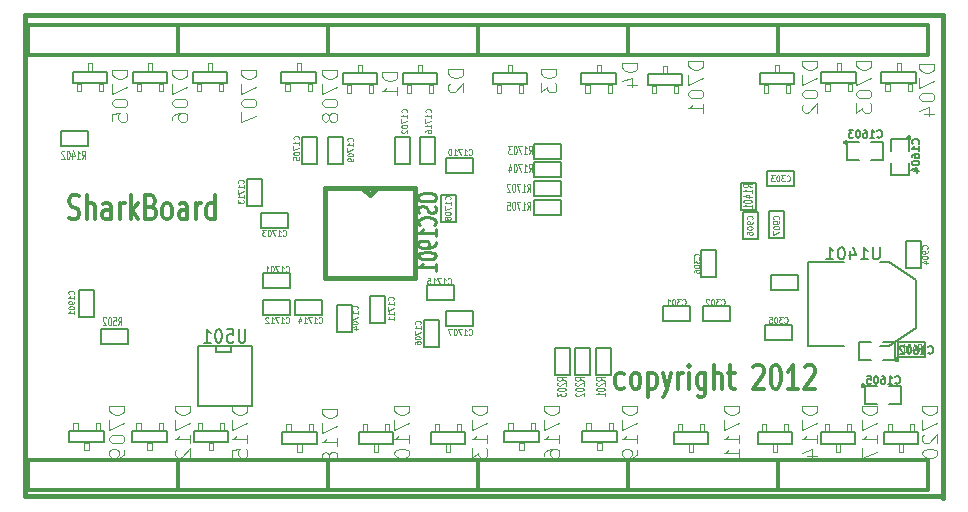
<source format=gbo>
G04 (created by PCBNEW-RS274X (2012-01-19 BZR 3256)-stable) date Tue 07 Aug 2012 08:30:04 PM COT*
G01*
G70*
G90*
%MOIN*%
G04 Gerber Fmt 3.4, Leading zero omitted, Abs format*
%FSLAX34Y34*%
G04 APERTURE LIST*
%ADD10C,0.006000*%
%ADD11C,0.012000*%
%ADD12C,0.015000*%
%ADD13C,0.008000*%
%ADD14C,0.005000*%
%ADD15C,0.002600*%
%ADD16C,0.004500*%
%ADD17C,0.009000*%
%ADD18C,0.003500*%
G04 APERTURE END LIST*
G54D10*
G54D11*
X59358Y-30836D02*
X59301Y-30874D01*
X59187Y-30874D01*
X59129Y-30836D01*
X59101Y-30798D01*
X59072Y-30721D01*
X59072Y-30493D01*
X59101Y-30417D01*
X59129Y-30379D01*
X59187Y-30340D01*
X59301Y-30340D01*
X59358Y-30379D01*
X59701Y-30874D02*
X59643Y-30836D01*
X59615Y-30798D01*
X59586Y-30721D01*
X59586Y-30493D01*
X59615Y-30417D01*
X59643Y-30379D01*
X59701Y-30340D01*
X59786Y-30340D01*
X59843Y-30379D01*
X59872Y-30417D01*
X59901Y-30493D01*
X59901Y-30721D01*
X59872Y-30798D01*
X59843Y-30836D01*
X59786Y-30874D01*
X59701Y-30874D01*
X60158Y-30340D02*
X60158Y-31140D01*
X60158Y-30379D02*
X60215Y-30340D01*
X60329Y-30340D01*
X60386Y-30379D01*
X60415Y-30417D01*
X60444Y-30493D01*
X60444Y-30721D01*
X60415Y-30798D01*
X60386Y-30836D01*
X60329Y-30874D01*
X60215Y-30874D01*
X60158Y-30836D01*
X60644Y-30340D02*
X60787Y-30874D01*
X60929Y-30340D02*
X60787Y-30874D01*
X60729Y-31064D01*
X60701Y-31102D01*
X60644Y-31140D01*
X61158Y-30874D02*
X61158Y-30340D01*
X61158Y-30493D02*
X61186Y-30417D01*
X61215Y-30379D01*
X61272Y-30340D01*
X61329Y-30340D01*
X61529Y-30874D02*
X61529Y-30340D01*
X61529Y-30074D02*
X61500Y-30112D01*
X61529Y-30150D01*
X61557Y-30112D01*
X61529Y-30074D01*
X61529Y-30150D01*
X62072Y-30340D02*
X62072Y-30988D01*
X62043Y-31064D01*
X62015Y-31102D01*
X61958Y-31140D01*
X61872Y-31140D01*
X61815Y-31102D01*
X62072Y-30836D02*
X62015Y-30874D01*
X61901Y-30874D01*
X61843Y-30836D01*
X61815Y-30798D01*
X61786Y-30721D01*
X61786Y-30493D01*
X61815Y-30417D01*
X61843Y-30379D01*
X61901Y-30340D01*
X62015Y-30340D01*
X62072Y-30379D01*
X62358Y-30874D02*
X62358Y-30074D01*
X62615Y-30874D02*
X62615Y-30455D01*
X62586Y-30379D01*
X62529Y-30340D01*
X62444Y-30340D01*
X62386Y-30379D01*
X62358Y-30417D01*
X62815Y-30340D02*
X63044Y-30340D01*
X62901Y-30074D02*
X62901Y-30760D01*
X62929Y-30836D01*
X62987Y-30874D01*
X63044Y-30874D01*
X63672Y-30150D02*
X63701Y-30112D01*
X63758Y-30074D01*
X63901Y-30074D01*
X63958Y-30112D01*
X63987Y-30150D01*
X64015Y-30226D01*
X64015Y-30302D01*
X63987Y-30417D01*
X63644Y-30874D01*
X64015Y-30874D01*
X64386Y-30074D02*
X64443Y-30074D01*
X64500Y-30112D01*
X64529Y-30150D01*
X64558Y-30226D01*
X64586Y-30379D01*
X64586Y-30569D01*
X64558Y-30721D01*
X64529Y-30798D01*
X64500Y-30836D01*
X64443Y-30874D01*
X64386Y-30874D01*
X64329Y-30836D01*
X64300Y-30798D01*
X64272Y-30721D01*
X64243Y-30569D01*
X64243Y-30379D01*
X64272Y-30226D01*
X64300Y-30150D01*
X64329Y-30112D01*
X64386Y-30074D01*
X65157Y-30874D02*
X64814Y-30874D01*
X64986Y-30874D02*
X64986Y-30074D01*
X64929Y-30188D01*
X64871Y-30264D01*
X64814Y-30302D01*
X65385Y-30150D02*
X65414Y-30112D01*
X65471Y-30074D01*
X65614Y-30074D01*
X65671Y-30112D01*
X65700Y-30150D01*
X65728Y-30226D01*
X65728Y-30302D01*
X65700Y-30417D01*
X65357Y-30874D01*
X65728Y-30874D01*
X40857Y-25186D02*
X40943Y-25224D01*
X41086Y-25224D01*
X41143Y-25186D01*
X41172Y-25148D01*
X41200Y-25071D01*
X41200Y-24995D01*
X41172Y-24919D01*
X41143Y-24881D01*
X41086Y-24843D01*
X40972Y-24805D01*
X40914Y-24767D01*
X40886Y-24729D01*
X40857Y-24652D01*
X40857Y-24576D01*
X40886Y-24500D01*
X40914Y-24462D01*
X40972Y-24424D01*
X41114Y-24424D01*
X41200Y-24462D01*
X41457Y-25224D02*
X41457Y-24424D01*
X41714Y-25224D02*
X41714Y-24805D01*
X41685Y-24729D01*
X41628Y-24690D01*
X41543Y-24690D01*
X41485Y-24729D01*
X41457Y-24767D01*
X42257Y-25224D02*
X42257Y-24805D01*
X42228Y-24729D01*
X42171Y-24690D01*
X42057Y-24690D01*
X42000Y-24729D01*
X42257Y-25186D02*
X42200Y-25224D01*
X42057Y-25224D01*
X42000Y-25186D01*
X41971Y-25110D01*
X41971Y-25033D01*
X42000Y-24957D01*
X42057Y-24919D01*
X42200Y-24919D01*
X42257Y-24881D01*
X42543Y-25224D02*
X42543Y-24690D01*
X42543Y-24843D02*
X42571Y-24767D01*
X42600Y-24729D01*
X42657Y-24690D01*
X42714Y-24690D01*
X42914Y-25224D02*
X42914Y-24424D01*
X42971Y-24919D02*
X43142Y-25224D01*
X43142Y-24690D02*
X42914Y-24995D01*
X43600Y-24805D02*
X43686Y-24843D01*
X43714Y-24881D01*
X43743Y-24957D01*
X43743Y-25071D01*
X43714Y-25148D01*
X43686Y-25186D01*
X43628Y-25224D01*
X43400Y-25224D01*
X43400Y-24424D01*
X43600Y-24424D01*
X43657Y-24462D01*
X43686Y-24500D01*
X43714Y-24576D01*
X43714Y-24652D01*
X43686Y-24729D01*
X43657Y-24767D01*
X43600Y-24805D01*
X43400Y-24805D01*
X44086Y-25224D02*
X44028Y-25186D01*
X44000Y-25148D01*
X43971Y-25071D01*
X43971Y-24843D01*
X44000Y-24767D01*
X44028Y-24729D01*
X44086Y-24690D01*
X44171Y-24690D01*
X44228Y-24729D01*
X44257Y-24767D01*
X44286Y-24843D01*
X44286Y-25071D01*
X44257Y-25148D01*
X44228Y-25186D01*
X44171Y-25224D01*
X44086Y-25224D01*
X44800Y-25224D02*
X44800Y-24805D01*
X44771Y-24729D01*
X44714Y-24690D01*
X44600Y-24690D01*
X44543Y-24729D01*
X44800Y-25186D02*
X44743Y-25224D01*
X44600Y-25224D01*
X44543Y-25186D01*
X44514Y-25110D01*
X44514Y-25033D01*
X44543Y-24957D01*
X44600Y-24919D01*
X44743Y-24919D01*
X44800Y-24881D01*
X45086Y-25224D02*
X45086Y-24690D01*
X45086Y-24843D02*
X45114Y-24767D01*
X45143Y-24729D01*
X45200Y-24690D01*
X45257Y-24690D01*
X45714Y-25224D02*
X45714Y-24424D01*
X45714Y-25186D02*
X45657Y-25224D01*
X45543Y-25224D01*
X45485Y-25186D01*
X45457Y-25148D01*
X45428Y-25071D01*
X45428Y-24843D01*
X45457Y-24767D01*
X45485Y-24729D01*
X45543Y-24690D01*
X45657Y-24690D01*
X45714Y-24729D01*
G54D12*
X39400Y-34450D02*
X39400Y-18400D01*
X70000Y-34450D02*
X39400Y-34450D01*
X70000Y-34400D02*
X70000Y-34450D01*
X70000Y-34500D02*
X70000Y-34400D01*
X70000Y-34400D02*
X70000Y-34500D01*
X70000Y-18400D02*
X70000Y-34400D01*
X39400Y-18400D02*
X70000Y-18400D01*
G54D13*
X66674Y-29461D02*
X65474Y-29461D01*
X65474Y-29461D02*
X65474Y-26661D01*
X65474Y-26661D02*
X66674Y-26661D01*
X67874Y-29461D02*
X68174Y-29461D01*
X68174Y-29461D02*
X69074Y-28861D01*
X69074Y-28861D02*
X69074Y-27261D01*
X69074Y-27261D02*
X68174Y-26661D01*
X68174Y-26661D02*
X67874Y-26661D01*
G54D14*
X41177Y-27572D02*
X41177Y-28472D01*
X41177Y-28472D02*
X41677Y-28472D01*
X41677Y-28472D02*
X41677Y-27572D01*
X41677Y-27572D02*
X41177Y-27572D01*
X52550Y-22475D02*
X52550Y-23375D01*
X52550Y-23375D02*
X53050Y-23375D01*
X53050Y-23375D02*
X53050Y-22475D01*
X53050Y-22475D02*
X52550Y-22475D01*
X52775Y-27925D02*
X53675Y-27925D01*
X53675Y-27925D02*
X53675Y-27425D01*
X53675Y-27425D02*
X52775Y-27425D01*
X52775Y-27425D02*
X52775Y-27925D01*
X48400Y-28425D02*
X49300Y-28425D01*
X49300Y-28425D02*
X49300Y-27925D01*
X49300Y-27925D02*
X48400Y-27925D01*
X48400Y-27925D02*
X48400Y-28425D01*
X47280Y-24790D02*
X47280Y-23890D01*
X47280Y-23890D02*
X46780Y-23890D01*
X46780Y-23890D02*
X46780Y-24790D01*
X46780Y-24790D02*
X47280Y-24790D01*
X48230Y-27900D02*
X47330Y-27900D01*
X47330Y-27900D02*
X47330Y-28400D01*
X47330Y-28400D02*
X48230Y-28400D01*
X48230Y-28400D02*
X48230Y-27900D01*
X47325Y-27525D02*
X48225Y-27525D01*
X48225Y-27525D02*
X48225Y-27025D01*
X48225Y-27025D02*
X47325Y-27025D01*
X47325Y-27025D02*
X47325Y-27525D01*
X51725Y-22475D02*
X51725Y-23375D01*
X51725Y-23375D02*
X52225Y-23375D01*
X52225Y-23375D02*
X52225Y-22475D01*
X52225Y-22475D02*
X51725Y-22475D01*
X47247Y-25506D02*
X48147Y-25506D01*
X48147Y-25506D02*
X48147Y-25006D01*
X48147Y-25006D02*
X47247Y-25006D01*
X47247Y-25006D02*
X47247Y-25506D01*
X50275Y-28975D02*
X50275Y-28075D01*
X50275Y-28075D02*
X49775Y-28075D01*
X49775Y-28075D02*
X49775Y-28975D01*
X49775Y-28975D02*
X50275Y-28975D01*
X48625Y-22475D02*
X48625Y-23375D01*
X48625Y-23375D02*
X49125Y-23375D01*
X49125Y-23375D02*
X49125Y-22475D01*
X49125Y-22475D02*
X48625Y-22475D01*
X53175Y-29475D02*
X53175Y-28575D01*
X53175Y-28575D02*
X52675Y-28575D01*
X52675Y-28575D02*
X52675Y-29475D01*
X52675Y-29475D02*
X53175Y-29475D01*
X54308Y-28283D02*
X53408Y-28283D01*
X53408Y-28283D02*
X53408Y-28783D01*
X53408Y-28783D02*
X54308Y-28783D01*
X54308Y-28783D02*
X54308Y-28283D01*
X53750Y-25300D02*
X53750Y-24400D01*
X53750Y-24400D02*
X53250Y-24400D01*
X53250Y-24400D02*
X53250Y-25300D01*
X53250Y-25300D02*
X53750Y-25300D01*
X49475Y-22475D02*
X49475Y-23375D01*
X49475Y-23375D02*
X49975Y-23375D01*
X49975Y-23375D02*
X49975Y-22475D01*
X49975Y-22475D02*
X49475Y-22475D01*
X54325Y-23175D02*
X53425Y-23175D01*
X53425Y-23175D02*
X53425Y-23675D01*
X53425Y-23675D02*
X54325Y-23675D01*
X54325Y-23675D02*
X54325Y-23175D01*
X50875Y-27775D02*
X50875Y-28675D01*
X50875Y-28675D02*
X51375Y-28675D01*
X51375Y-28675D02*
X51375Y-27775D01*
X51375Y-27775D02*
X50875Y-27775D01*
X67375Y-30775D02*
X67374Y-30784D01*
X67371Y-30794D01*
X67366Y-30802D01*
X67360Y-30810D01*
X67352Y-30816D01*
X67344Y-30821D01*
X67335Y-30823D01*
X67325Y-30824D01*
X67316Y-30824D01*
X67307Y-30821D01*
X67298Y-30816D01*
X67291Y-30810D01*
X67284Y-30803D01*
X67280Y-30794D01*
X67277Y-30785D01*
X67276Y-30775D01*
X67276Y-30766D01*
X67279Y-30757D01*
X67283Y-30748D01*
X67290Y-30741D01*
X67297Y-30734D01*
X67305Y-30730D01*
X67315Y-30727D01*
X67324Y-30726D01*
X67333Y-30726D01*
X67343Y-30729D01*
X67351Y-30733D01*
X67359Y-30739D01*
X67365Y-30747D01*
X67370Y-30755D01*
X67373Y-30764D01*
X67374Y-30774D01*
X67375Y-30775D01*
X67775Y-30775D02*
X67375Y-30775D01*
X67375Y-30775D02*
X67375Y-31375D01*
X67375Y-31375D02*
X67775Y-31375D01*
X68175Y-31375D02*
X68575Y-31375D01*
X68575Y-31375D02*
X68575Y-30775D01*
X68575Y-30775D02*
X68175Y-30775D01*
X68900Y-22500D02*
X68899Y-22509D01*
X68896Y-22519D01*
X68891Y-22527D01*
X68885Y-22535D01*
X68877Y-22541D01*
X68869Y-22546D01*
X68860Y-22548D01*
X68850Y-22549D01*
X68841Y-22549D01*
X68832Y-22546D01*
X68823Y-22541D01*
X68816Y-22535D01*
X68809Y-22528D01*
X68805Y-22519D01*
X68802Y-22510D01*
X68801Y-22500D01*
X68801Y-22491D01*
X68804Y-22482D01*
X68808Y-22473D01*
X68815Y-22466D01*
X68822Y-22459D01*
X68830Y-22455D01*
X68840Y-22452D01*
X68849Y-22451D01*
X68858Y-22451D01*
X68868Y-22454D01*
X68876Y-22458D01*
X68884Y-22464D01*
X68890Y-22472D01*
X68895Y-22480D01*
X68898Y-22489D01*
X68899Y-22499D01*
X68900Y-22500D01*
X68850Y-22950D02*
X68850Y-22550D01*
X68850Y-22550D02*
X68250Y-22550D01*
X68250Y-22550D02*
X68250Y-22950D01*
X68250Y-23350D02*
X68250Y-23750D01*
X68250Y-23750D02*
X68850Y-23750D01*
X68850Y-23750D02*
X68850Y-23350D01*
X66800Y-22650D02*
X66799Y-22659D01*
X66796Y-22669D01*
X66791Y-22677D01*
X66785Y-22685D01*
X66777Y-22691D01*
X66769Y-22696D01*
X66760Y-22698D01*
X66750Y-22699D01*
X66741Y-22699D01*
X66732Y-22696D01*
X66723Y-22691D01*
X66716Y-22685D01*
X66709Y-22678D01*
X66705Y-22669D01*
X66702Y-22660D01*
X66701Y-22650D01*
X66701Y-22641D01*
X66704Y-22632D01*
X66708Y-22623D01*
X66715Y-22616D01*
X66722Y-22609D01*
X66730Y-22605D01*
X66740Y-22602D01*
X66749Y-22601D01*
X66758Y-22601D01*
X66768Y-22604D01*
X66776Y-22608D01*
X66784Y-22614D01*
X66790Y-22622D01*
X66795Y-22630D01*
X66798Y-22639D01*
X66799Y-22649D01*
X66800Y-22650D01*
X67200Y-22650D02*
X66800Y-22650D01*
X66800Y-22650D02*
X66800Y-23250D01*
X66800Y-23250D02*
X67200Y-23250D01*
X67600Y-23250D02*
X68000Y-23250D01*
X68000Y-23250D02*
X68000Y-22650D01*
X68000Y-22650D02*
X67600Y-22650D01*
X68500Y-29900D02*
X68499Y-29909D01*
X68496Y-29919D01*
X68491Y-29927D01*
X68485Y-29935D01*
X68477Y-29941D01*
X68469Y-29946D01*
X68460Y-29948D01*
X68450Y-29949D01*
X68441Y-29949D01*
X68432Y-29946D01*
X68423Y-29941D01*
X68416Y-29935D01*
X68409Y-29928D01*
X68405Y-29919D01*
X68402Y-29910D01*
X68401Y-29900D01*
X68401Y-29891D01*
X68404Y-29882D01*
X68408Y-29873D01*
X68415Y-29866D01*
X68422Y-29859D01*
X68430Y-29855D01*
X68440Y-29852D01*
X68449Y-29851D01*
X68458Y-29851D01*
X68468Y-29854D01*
X68476Y-29858D01*
X68484Y-29864D01*
X68490Y-29872D01*
X68495Y-29880D01*
X68498Y-29889D01*
X68499Y-29899D01*
X68500Y-29900D01*
X68000Y-29900D02*
X68400Y-29900D01*
X68400Y-29900D02*
X68400Y-29300D01*
X68400Y-29300D02*
X68000Y-29300D01*
X67600Y-29300D02*
X67200Y-29300D01*
X67200Y-29300D02*
X67200Y-29900D01*
X67200Y-29900D02*
X67600Y-29900D01*
X64699Y-25863D02*
X64699Y-24963D01*
X64699Y-24963D02*
X64199Y-24963D01*
X64199Y-24963D02*
X64199Y-25863D01*
X64199Y-25863D02*
X64699Y-25863D01*
X63813Y-25873D02*
X63813Y-24973D01*
X63813Y-24973D02*
X63313Y-24973D01*
X63313Y-24973D02*
X63313Y-25873D01*
X63313Y-25873D02*
X63813Y-25873D01*
X69250Y-26850D02*
X69250Y-25950D01*
X69250Y-25950D02*
X68750Y-25950D01*
X68750Y-25950D02*
X68750Y-26850D01*
X68750Y-26850D02*
X69250Y-26850D01*
X61925Y-26233D02*
X61925Y-27133D01*
X61925Y-27133D02*
X62425Y-27133D01*
X62425Y-27133D02*
X62425Y-26233D01*
X62425Y-26233D02*
X61925Y-26233D01*
X64958Y-28746D02*
X64058Y-28746D01*
X64058Y-28746D02*
X64058Y-29246D01*
X64058Y-29246D02*
X64958Y-29246D01*
X64958Y-29246D02*
X64958Y-28746D01*
X64125Y-24125D02*
X65025Y-24125D01*
X65025Y-24125D02*
X65025Y-23625D01*
X65025Y-23625D02*
X64125Y-23625D01*
X64125Y-23625D02*
X64125Y-24125D01*
X62875Y-28100D02*
X61975Y-28100D01*
X61975Y-28100D02*
X61975Y-28600D01*
X61975Y-28600D02*
X62875Y-28600D01*
X62875Y-28600D02*
X62875Y-28100D01*
X60650Y-28625D02*
X61550Y-28625D01*
X61550Y-28625D02*
X61550Y-28125D01*
X61550Y-28125D02*
X60650Y-28125D01*
X60650Y-28125D02*
X60650Y-28625D01*
G54D12*
X51125Y-24175D02*
X50875Y-24425D01*
X50875Y-24425D02*
X50625Y-24175D01*
X51125Y-24175D02*
X50625Y-24175D01*
X52375Y-24175D02*
X49375Y-24175D01*
X49375Y-24175D02*
X49375Y-27175D01*
X49375Y-27175D02*
X52375Y-27175D01*
X52375Y-27175D02*
X52375Y-24175D01*
G54D14*
X65155Y-27073D02*
X64255Y-27073D01*
X64255Y-27073D02*
X64255Y-27573D01*
X64255Y-27573D02*
X65155Y-27573D01*
X65155Y-27573D02*
X65155Y-27073D01*
G54D11*
X59500Y-34250D02*
X59500Y-33250D01*
X64500Y-33250D02*
X64500Y-34250D01*
X59500Y-34250D02*
X64500Y-34250D01*
X64500Y-33250D02*
X59500Y-33250D01*
X54500Y-34250D02*
X54500Y-33250D01*
X59500Y-33250D02*
X59500Y-34250D01*
X54500Y-34250D02*
X59500Y-34250D01*
X59500Y-33250D02*
X54500Y-33250D01*
X49500Y-34250D02*
X49500Y-33250D01*
X54500Y-33250D02*
X54500Y-34250D01*
X49500Y-34250D02*
X54500Y-34250D01*
X54500Y-33250D02*
X49500Y-33250D01*
X44500Y-34250D02*
X44500Y-33250D01*
X49500Y-33250D02*
X49500Y-34250D01*
X44500Y-34250D02*
X49500Y-34250D01*
X49500Y-33250D02*
X44500Y-33250D01*
X39500Y-34250D02*
X39500Y-33250D01*
X44500Y-33250D02*
X44500Y-34250D01*
X39500Y-34250D02*
X44500Y-34250D01*
X44500Y-33250D02*
X39500Y-33250D01*
X44500Y-19750D02*
X44500Y-18750D01*
X49500Y-18750D02*
X49500Y-19750D01*
X44500Y-19750D02*
X49500Y-19750D01*
X49500Y-18750D02*
X44500Y-18750D01*
X39500Y-19750D02*
X39500Y-18750D01*
X44500Y-18750D02*
X44500Y-19750D01*
X39500Y-19750D02*
X44500Y-19750D01*
X44500Y-18750D02*
X39500Y-18750D01*
X64500Y-19750D02*
X64500Y-18750D01*
X69500Y-18750D02*
X69500Y-19750D01*
X64500Y-19750D02*
X69500Y-19750D01*
X69500Y-18750D02*
X64500Y-18750D01*
X59500Y-19750D02*
X59500Y-18750D01*
X64500Y-18750D02*
X64500Y-19750D01*
X59500Y-19750D02*
X64500Y-19750D01*
X64500Y-18750D02*
X59500Y-18750D01*
X54500Y-19750D02*
X54500Y-18750D01*
X59500Y-18750D02*
X59500Y-19750D01*
X54500Y-19750D02*
X59500Y-19750D01*
X59500Y-18750D02*
X54500Y-18750D01*
G54D14*
X45150Y-29450D02*
X45150Y-31450D01*
X45150Y-31450D02*
X46950Y-31450D01*
X46950Y-31450D02*
X46950Y-29450D01*
X46950Y-29450D02*
X45150Y-29450D01*
X45750Y-29450D02*
X45750Y-29650D01*
X45750Y-29650D02*
X46250Y-29650D01*
X46250Y-29650D02*
X46250Y-29450D01*
G54D11*
X64500Y-34250D02*
X64500Y-33250D01*
X69500Y-33250D02*
X69500Y-34250D01*
X64500Y-34250D02*
X69500Y-34250D01*
X69500Y-33250D02*
X64500Y-33250D01*
X49500Y-19750D02*
X49500Y-18750D01*
X54500Y-18750D02*
X54500Y-19750D01*
X49500Y-19750D02*
X54500Y-19750D01*
X54500Y-18750D02*
X49500Y-18750D01*
G54D15*
X61020Y-20780D02*
X61160Y-20780D01*
X61160Y-20780D02*
X61160Y-21030D01*
X61020Y-21030D02*
X61160Y-21030D01*
X61020Y-20780D02*
X61020Y-21030D01*
X60650Y-20110D02*
X60790Y-20110D01*
X60790Y-20110D02*
X60790Y-20360D01*
X60650Y-20360D02*
X60790Y-20360D01*
X60650Y-20110D02*
X60650Y-20360D01*
X60281Y-20780D02*
X60420Y-20780D01*
X60420Y-20780D02*
X60420Y-21030D01*
X60281Y-21030D02*
X60420Y-21030D01*
X60281Y-20780D02*
X60281Y-21030D01*
G54D10*
X60140Y-20760D02*
X61290Y-20760D01*
X61290Y-20380D02*
X61290Y-20760D01*
X61290Y-20380D02*
X60140Y-20380D01*
X60140Y-20760D02*
X60140Y-20380D01*
G54D15*
X64760Y-20750D02*
X64900Y-20750D01*
X64900Y-20750D02*
X64900Y-21000D01*
X64760Y-21000D02*
X64900Y-21000D01*
X64760Y-20750D02*
X64760Y-21000D01*
X64390Y-20080D02*
X64530Y-20080D01*
X64530Y-20080D02*
X64530Y-20330D01*
X64390Y-20330D02*
X64530Y-20330D01*
X64390Y-20080D02*
X64390Y-20330D01*
X64021Y-20750D02*
X64160Y-20750D01*
X64160Y-20750D02*
X64160Y-21000D01*
X64021Y-21000D02*
X64160Y-21000D01*
X64021Y-20750D02*
X64021Y-21000D01*
G54D10*
X63880Y-20730D02*
X65030Y-20730D01*
X65030Y-20350D02*
X65030Y-20730D01*
X65030Y-20350D02*
X63880Y-20350D01*
X63880Y-20730D02*
X63880Y-20350D01*
G54D15*
X66810Y-20700D02*
X66950Y-20700D01*
X66950Y-20700D02*
X66950Y-20950D01*
X66810Y-20950D02*
X66950Y-20950D01*
X66810Y-20700D02*
X66810Y-20950D01*
X66440Y-20030D02*
X66580Y-20030D01*
X66580Y-20030D02*
X66580Y-20280D01*
X66440Y-20280D02*
X66580Y-20280D01*
X66440Y-20030D02*
X66440Y-20280D01*
X66071Y-20700D02*
X66210Y-20700D01*
X66210Y-20700D02*
X66210Y-20950D01*
X66071Y-20950D02*
X66210Y-20950D01*
X66071Y-20700D02*
X66071Y-20950D01*
G54D10*
X65930Y-20680D02*
X67080Y-20680D01*
X67080Y-20300D02*
X67080Y-20680D01*
X67080Y-20300D02*
X65930Y-20300D01*
X65930Y-20680D02*
X65930Y-20300D01*
G54D15*
X68810Y-20700D02*
X68950Y-20700D01*
X68950Y-20700D02*
X68950Y-20950D01*
X68810Y-20950D02*
X68950Y-20950D01*
X68810Y-20700D02*
X68810Y-20950D01*
X68440Y-20030D02*
X68580Y-20030D01*
X68580Y-20030D02*
X68580Y-20280D01*
X68440Y-20280D02*
X68580Y-20280D01*
X68440Y-20030D02*
X68440Y-20280D01*
X68071Y-20700D02*
X68210Y-20700D01*
X68210Y-20700D02*
X68210Y-20950D01*
X68071Y-20950D02*
X68210Y-20950D01*
X68071Y-20700D02*
X68071Y-20950D01*
G54D10*
X67930Y-20680D02*
X69080Y-20680D01*
X69080Y-20300D02*
X69080Y-20680D01*
X69080Y-20300D02*
X67930Y-20300D01*
X67930Y-20680D02*
X67930Y-20300D01*
G54D15*
X50860Y-20750D02*
X51000Y-20750D01*
X51000Y-20750D02*
X51000Y-21000D01*
X50860Y-21000D02*
X51000Y-21000D01*
X50860Y-20750D02*
X50860Y-21000D01*
X50490Y-20080D02*
X50630Y-20080D01*
X50630Y-20080D02*
X50630Y-20330D01*
X50490Y-20330D02*
X50630Y-20330D01*
X50490Y-20080D02*
X50490Y-20330D01*
X50121Y-20750D02*
X50260Y-20750D01*
X50260Y-20750D02*
X50260Y-21000D01*
X50121Y-21000D02*
X50260Y-21000D01*
X50121Y-20750D02*
X50121Y-21000D01*
G54D10*
X49980Y-20730D02*
X51130Y-20730D01*
X51130Y-20350D02*
X51130Y-20730D01*
X51130Y-20350D02*
X49980Y-20350D01*
X49980Y-20730D02*
X49980Y-20350D01*
G54D15*
X52860Y-20750D02*
X53000Y-20750D01*
X53000Y-20750D02*
X53000Y-21000D01*
X52860Y-21000D02*
X53000Y-21000D01*
X52860Y-20750D02*
X52860Y-21000D01*
X52490Y-20080D02*
X52630Y-20080D01*
X52630Y-20080D02*
X52630Y-20330D01*
X52490Y-20330D02*
X52630Y-20330D01*
X52490Y-20080D02*
X52490Y-20330D01*
X52121Y-20750D02*
X52260Y-20750D01*
X52260Y-20750D02*
X52260Y-21000D01*
X52121Y-21000D02*
X52260Y-21000D01*
X52121Y-20750D02*
X52121Y-21000D01*
G54D10*
X51980Y-20730D02*
X53130Y-20730D01*
X53130Y-20350D02*
X53130Y-20730D01*
X53130Y-20350D02*
X51980Y-20350D01*
X51980Y-20730D02*
X51980Y-20350D01*
G54D15*
X55860Y-20750D02*
X56000Y-20750D01*
X56000Y-20750D02*
X56000Y-21000D01*
X55860Y-21000D02*
X56000Y-21000D01*
X55860Y-20750D02*
X55860Y-21000D01*
X55490Y-20080D02*
X55630Y-20080D01*
X55630Y-20080D02*
X55630Y-20330D01*
X55490Y-20330D02*
X55630Y-20330D01*
X55490Y-20080D02*
X55490Y-20330D01*
X55121Y-20750D02*
X55260Y-20750D01*
X55260Y-20750D02*
X55260Y-21000D01*
X55121Y-21000D02*
X55260Y-21000D01*
X55121Y-20750D02*
X55121Y-21000D01*
G54D10*
X54980Y-20730D02*
X56130Y-20730D01*
X56130Y-20350D02*
X56130Y-20730D01*
X56130Y-20350D02*
X54980Y-20350D01*
X54980Y-20730D02*
X54980Y-20350D01*
G54D15*
X58810Y-20750D02*
X58950Y-20750D01*
X58950Y-20750D02*
X58950Y-21000D01*
X58810Y-21000D02*
X58950Y-21000D01*
X58810Y-20750D02*
X58810Y-21000D01*
X58440Y-20080D02*
X58580Y-20080D01*
X58580Y-20080D02*
X58580Y-20330D01*
X58440Y-20330D02*
X58580Y-20330D01*
X58440Y-20080D02*
X58440Y-20330D01*
X58071Y-20750D02*
X58210Y-20750D01*
X58210Y-20750D02*
X58210Y-21000D01*
X58071Y-21000D02*
X58210Y-21000D01*
X58071Y-20750D02*
X58071Y-21000D01*
G54D10*
X57930Y-20730D02*
X59080Y-20730D01*
X59080Y-20350D02*
X59080Y-20730D01*
X59080Y-20350D02*
X57930Y-20350D01*
X57930Y-20730D02*
X57930Y-20350D01*
G54D14*
X41930Y-29390D02*
X42830Y-29390D01*
X42830Y-29390D02*
X42830Y-28890D01*
X42830Y-28890D02*
X41930Y-28890D01*
X41930Y-28890D02*
X41930Y-29390D01*
X63250Y-24000D02*
X63250Y-24900D01*
X63250Y-24900D02*
X63750Y-24900D01*
X63750Y-24900D02*
X63750Y-24000D01*
X63750Y-24000D02*
X63250Y-24000D01*
X40575Y-22775D02*
X41475Y-22775D01*
X41475Y-22775D02*
X41475Y-22275D01*
X41475Y-22275D02*
X40575Y-22275D01*
X40575Y-22275D02*
X40575Y-22775D01*
X56360Y-24440D02*
X57260Y-24440D01*
X57260Y-24440D02*
X57260Y-23940D01*
X57260Y-23940D02*
X56360Y-23940D01*
X56360Y-23940D02*
X56360Y-24440D01*
X56360Y-23200D02*
X57260Y-23200D01*
X57260Y-23200D02*
X57260Y-22700D01*
X57260Y-22700D02*
X56360Y-22700D01*
X56360Y-22700D02*
X56360Y-23200D01*
X56360Y-23810D02*
X57260Y-23810D01*
X57260Y-23810D02*
X57260Y-23310D01*
X57260Y-23310D02*
X56360Y-23310D01*
X56360Y-23310D02*
X56360Y-23810D01*
X56360Y-25070D02*
X57260Y-25070D01*
X57260Y-25070D02*
X57260Y-24570D01*
X57260Y-24570D02*
X56360Y-24570D01*
X56360Y-24570D02*
X56360Y-25070D01*
G54D15*
X41860Y-20700D02*
X42000Y-20700D01*
X42000Y-20700D02*
X42000Y-20950D01*
X41860Y-20950D02*
X42000Y-20950D01*
X41860Y-20700D02*
X41860Y-20950D01*
X41490Y-20030D02*
X41630Y-20030D01*
X41630Y-20030D02*
X41630Y-20280D01*
X41490Y-20280D02*
X41630Y-20280D01*
X41490Y-20030D02*
X41490Y-20280D01*
X41121Y-20700D02*
X41260Y-20700D01*
X41260Y-20700D02*
X41260Y-20950D01*
X41121Y-20950D02*
X41260Y-20950D01*
X41121Y-20700D02*
X41121Y-20950D01*
G54D10*
X40980Y-20680D02*
X42130Y-20680D01*
X42130Y-20300D02*
X42130Y-20680D01*
X42130Y-20300D02*
X40980Y-20300D01*
X40980Y-20680D02*
X40980Y-20300D01*
G54D15*
X43860Y-20700D02*
X44000Y-20700D01*
X44000Y-20700D02*
X44000Y-20950D01*
X43860Y-20950D02*
X44000Y-20950D01*
X43860Y-20700D02*
X43860Y-20950D01*
X43490Y-20030D02*
X43630Y-20030D01*
X43630Y-20030D02*
X43630Y-20280D01*
X43490Y-20280D02*
X43630Y-20280D01*
X43490Y-20030D02*
X43490Y-20280D01*
X43121Y-20700D02*
X43260Y-20700D01*
X43260Y-20700D02*
X43260Y-20950D01*
X43121Y-20950D02*
X43260Y-20950D01*
X43121Y-20700D02*
X43121Y-20950D01*
G54D10*
X42980Y-20680D02*
X44130Y-20680D01*
X44130Y-20300D02*
X44130Y-20680D01*
X44130Y-20300D02*
X42980Y-20300D01*
X42980Y-20680D02*
X42980Y-20300D01*
G54D15*
X45860Y-20700D02*
X46000Y-20700D01*
X46000Y-20700D02*
X46000Y-20950D01*
X45860Y-20950D02*
X46000Y-20950D01*
X45860Y-20700D02*
X45860Y-20950D01*
X45490Y-20030D02*
X45630Y-20030D01*
X45630Y-20030D02*
X45630Y-20280D01*
X45490Y-20280D02*
X45630Y-20280D01*
X45490Y-20030D02*
X45490Y-20280D01*
X45121Y-20700D02*
X45260Y-20700D01*
X45260Y-20700D02*
X45260Y-20950D01*
X45121Y-20950D02*
X45260Y-20950D01*
X45121Y-20700D02*
X45121Y-20950D01*
G54D10*
X44980Y-20680D02*
X46130Y-20680D01*
X46130Y-20300D02*
X46130Y-20680D01*
X46130Y-20300D02*
X44980Y-20300D01*
X44980Y-20680D02*
X44980Y-20300D01*
G54D15*
X48810Y-20700D02*
X48950Y-20700D01*
X48950Y-20700D02*
X48950Y-20950D01*
X48810Y-20950D02*
X48950Y-20950D01*
X48810Y-20700D02*
X48810Y-20950D01*
X48440Y-20030D02*
X48580Y-20030D01*
X48580Y-20030D02*
X48580Y-20280D01*
X48440Y-20280D02*
X48580Y-20280D01*
X48440Y-20030D02*
X48440Y-20280D01*
X48071Y-20700D02*
X48210Y-20700D01*
X48210Y-20700D02*
X48210Y-20950D01*
X48071Y-20950D02*
X48210Y-20950D01*
X48071Y-20700D02*
X48071Y-20950D01*
G54D10*
X47930Y-20680D02*
X49080Y-20680D01*
X49080Y-20300D02*
X49080Y-20680D01*
X49080Y-20300D02*
X47930Y-20300D01*
X47930Y-20680D02*
X47930Y-20300D01*
G54D15*
X41140Y-32250D02*
X41000Y-32250D01*
X41000Y-32250D02*
X41000Y-32000D01*
X41140Y-32000D02*
X41000Y-32000D01*
X41140Y-32250D02*
X41140Y-32000D01*
X41510Y-32920D02*
X41370Y-32920D01*
X41370Y-32920D02*
X41370Y-32670D01*
X41510Y-32670D02*
X41370Y-32670D01*
X41510Y-32920D02*
X41510Y-32670D01*
X41879Y-32250D02*
X41740Y-32250D01*
X41740Y-32250D02*
X41740Y-32000D01*
X41879Y-32000D02*
X41740Y-32000D01*
X41879Y-32250D02*
X41879Y-32000D01*
G54D10*
X42020Y-32270D02*
X40870Y-32270D01*
X40870Y-32650D02*
X40870Y-32270D01*
X40870Y-32650D02*
X42020Y-32650D01*
X42020Y-32270D02*
X42020Y-32650D01*
G54D15*
X50790Y-32300D02*
X50650Y-32300D01*
X50650Y-32300D02*
X50650Y-32050D01*
X50790Y-32050D02*
X50650Y-32050D01*
X50790Y-32300D02*
X50790Y-32050D01*
X51160Y-32970D02*
X51020Y-32970D01*
X51020Y-32970D02*
X51020Y-32720D01*
X51160Y-32720D02*
X51020Y-32720D01*
X51160Y-32970D02*
X51160Y-32720D01*
X51529Y-32300D02*
X51390Y-32300D01*
X51390Y-32300D02*
X51390Y-32050D01*
X51529Y-32050D02*
X51390Y-32050D01*
X51529Y-32300D02*
X51529Y-32050D01*
G54D10*
X51670Y-32320D02*
X50520Y-32320D01*
X50520Y-32700D02*
X50520Y-32320D01*
X50520Y-32700D02*
X51670Y-32700D01*
X51670Y-32320D02*
X51670Y-32700D01*
G54D15*
X61290Y-32300D02*
X61150Y-32300D01*
X61150Y-32300D02*
X61150Y-32050D01*
X61290Y-32050D02*
X61150Y-32050D01*
X61290Y-32300D02*
X61290Y-32050D01*
X61660Y-32970D02*
X61520Y-32970D01*
X61520Y-32970D02*
X61520Y-32720D01*
X61660Y-32720D02*
X61520Y-32720D01*
X61660Y-32970D02*
X61660Y-32720D01*
X62029Y-32300D02*
X61890Y-32300D01*
X61890Y-32300D02*
X61890Y-32050D01*
X62029Y-32050D02*
X61890Y-32050D01*
X62029Y-32300D02*
X62029Y-32050D01*
G54D10*
X62170Y-32320D02*
X61020Y-32320D01*
X61020Y-32700D02*
X61020Y-32320D01*
X61020Y-32700D02*
X62170Y-32700D01*
X62170Y-32320D02*
X62170Y-32700D01*
G54D15*
X43240Y-32250D02*
X43100Y-32250D01*
X43100Y-32250D02*
X43100Y-32000D01*
X43240Y-32000D02*
X43100Y-32000D01*
X43240Y-32250D02*
X43240Y-32000D01*
X43610Y-32920D02*
X43470Y-32920D01*
X43470Y-32920D02*
X43470Y-32670D01*
X43610Y-32670D02*
X43470Y-32670D01*
X43610Y-32920D02*
X43610Y-32670D01*
X43979Y-32250D02*
X43840Y-32250D01*
X43840Y-32250D02*
X43840Y-32000D01*
X43979Y-32000D02*
X43840Y-32000D01*
X43979Y-32250D02*
X43979Y-32000D01*
G54D10*
X44120Y-32270D02*
X42970Y-32270D01*
X42970Y-32650D02*
X42970Y-32270D01*
X42970Y-32650D02*
X44120Y-32650D01*
X44120Y-32270D02*
X44120Y-32650D01*
G54D15*
X53190Y-32300D02*
X53050Y-32300D01*
X53050Y-32300D02*
X53050Y-32050D01*
X53190Y-32050D02*
X53050Y-32050D01*
X53190Y-32300D02*
X53190Y-32050D01*
X53560Y-32970D02*
X53420Y-32970D01*
X53420Y-32970D02*
X53420Y-32720D01*
X53560Y-32720D02*
X53420Y-32720D01*
X53560Y-32970D02*
X53560Y-32720D01*
X53929Y-32300D02*
X53790Y-32300D01*
X53790Y-32300D02*
X53790Y-32050D01*
X53929Y-32050D02*
X53790Y-32050D01*
X53929Y-32300D02*
X53929Y-32050D01*
G54D10*
X54070Y-32320D02*
X52920Y-32320D01*
X52920Y-32700D02*
X52920Y-32320D01*
X52920Y-32700D02*
X54070Y-32700D01*
X54070Y-32320D02*
X54070Y-32700D01*
G54D15*
X64090Y-32300D02*
X63950Y-32300D01*
X63950Y-32300D02*
X63950Y-32050D01*
X64090Y-32050D02*
X63950Y-32050D01*
X64090Y-32300D02*
X64090Y-32050D01*
X64460Y-32970D02*
X64320Y-32970D01*
X64320Y-32970D02*
X64320Y-32720D01*
X64460Y-32720D02*
X64320Y-32720D01*
X64460Y-32970D02*
X64460Y-32720D01*
X64829Y-32300D02*
X64690Y-32300D01*
X64690Y-32300D02*
X64690Y-32050D01*
X64829Y-32050D02*
X64690Y-32050D01*
X64829Y-32300D02*
X64829Y-32050D01*
G54D10*
X64970Y-32320D02*
X63820Y-32320D01*
X63820Y-32700D02*
X63820Y-32320D01*
X63820Y-32700D02*
X64970Y-32700D01*
X64970Y-32320D02*
X64970Y-32700D01*
G54D15*
X45290Y-32250D02*
X45150Y-32250D01*
X45150Y-32250D02*
X45150Y-32000D01*
X45290Y-32000D02*
X45150Y-32000D01*
X45290Y-32250D02*
X45290Y-32000D01*
X45660Y-32920D02*
X45520Y-32920D01*
X45520Y-32920D02*
X45520Y-32670D01*
X45660Y-32670D02*
X45520Y-32670D01*
X45660Y-32920D02*
X45660Y-32670D01*
X46029Y-32250D02*
X45890Y-32250D01*
X45890Y-32250D02*
X45890Y-32000D01*
X46029Y-32000D02*
X45890Y-32000D01*
X46029Y-32250D02*
X46029Y-32000D01*
G54D10*
X46170Y-32270D02*
X45020Y-32270D01*
X45020Y-32650D02*
X45020Y-32270D01*
X45020Y-32650D02*
X46170Y-32650D01*
X46170Y-32270D02*
X46170Y-32650D01*
G54D15*
X55640Y-32250D02*
X55500Y-32250D01*
X55500Y-32250D02*
X55500Y-32000D01*
X55640Y-32000D02*
X55500Y-32000D01*
X55640Y-32250D02*
X55640Y-32000D01*
X56010Y-32920D02*
X55870Y-32920D01*
X55870Y-32920D02*
X55870Y-32670D01*
X56010Y-32670D02*
X55870Y-32670D01*
X56010Y-32920D02*
X56010Y-32670D01*
X56379Y-32250D02*
X56240Y-32250D01*
X56240Y-32250D02*
X56240Y-32000D01*
X56379Y-32000D02*
X56240Y-32000D01*
X56379Y-32250D02*
X56379Y-32000D01*
G54D10*
X56520Y-32270D02*
X55370Y-32270D01*
X55370Y-32650D02*
X55370Y-32270D01*
X55370Y-32650D02*
X56520Y-32650D01*
X56520Y-32270D02*
X56520Y-32650D01*
G54D15*
X66190Y-32300D02*
X66050Y-32300D01*
X66050Y-32300D02*
X66050Y-32050D01*
X66190Y-32050D02*
X66050Y-32050D01*
X66190Y-32300D02*
X66190Y-32050D01*
X66560Y-32970D02*
X66420Y-32970D01*
X66420Y-32970D02*
X66420Y-32720D01*
X66560Y-32720D02*
X66420Y-32720D01*
X66560Y-32970D02*
X66560Y-32720D01*
X66929Y-32300D02*
X66790Y-32300D01*
X66790Y-32300D02*
X66790Y-32050D01*
X66929Y-32050D02*
X66790Y-32050D01*
X66929Y-32300D02*
X66929Y-32050D01*
G54D10*
X67070Y-32320D02*
X65920Y-32320D01*
X65920Y-32700D02*
X65920Y-32320D01*
X65920Y-32700D02*
X67070Y-32700D01*
X67070Y-32320D02*
X67070Y-32700D01*
G54D15*
X48240Y-32300D02*
X48100Y-32300D01*
X48100Y-32300D02*
X48100Y-32050D01*
X48240Y-32050D02*
X48100Y-32050D01*
X48240Y-32300D02*
X48240Y-32050D01*
X48610Y-32970D02*
X48470Y-32970D01*
X48470Y-32970D02*
X48470Y-32720D01*
X48610Y-32720D02*
X48470Y-32720D01*
X48610Y-32970D02*
X48610Y-32720D01*
X48979Y-32300D02*
X48840Y-32300D01*
X48840Y-32300D02*
X48840Y-32050D01*
X48979Y-32050D02*
X48840Y-32050D01*
X48979Y-32300D02*
X48979Y-32050D01*
G54D10*
X49120Y-32320D02*
X47970Y-32320D01*
X47970Y-32700D02*
X47970Y-32320D01*
X47970Y-32700D02*
X49120Y-32700D01*
X49120Y-32320D02*
X49120Y-32700D01*
G54D15*
X58240Y-32250D02*
X58100Y-32250D01*
X58100Y-32250D02*
X58100Y-32000D01*
X58240Y-32000D02*
X58100Y-32000D01*
X58240Y-32250D02*
X58240Y-32000D01*
X58610Y-32920D02*
X58470Y-32920D01*
X58470Y-32920D02*
X58470Y-32670D01*
X58610Y-32670D02*
X58470Y-32670D01*
X58610Y-32920D02*
X58610Y-32670D01*
X58979Y-32250D02*
X58840Y-32250D01*
X58840Y-32250D02*
X58840Y-32000D01*
X58979Y-32000D02*
X58840Y-32000D01*
X58979Y-32250D02*
X58979Y-32000D01*
G54D10*
X59120Y-32270D02*
X57970Y-32270D01*
X57970Y-32650D02*
X57970Y-32270D01*
X57970Y-32650D02*
X59120Y-32650D01*
X59120Y-32270D02*
X59120Y-32650D01*
G54D15*
X68290Y-32300D02*
X68150Y-32300D01*
X68150Y-32300D02*
X68150Y-32050D01*
X68290Y-32050D02*
X68150Y-32050D01*
X68290Y-32300D02*
X68290Y-32050D01*
X68660Y-32970D02*
X68520Y-32970D01*
X68520Y-32970D02*
X68520Y-32720D01*
X68660Y-32720D02*
X68520Y-32720D01*
X68660Y-32970D02*
X68660Y-32720D01*
X69029Y-32300D02*
X68890Y-32300D01*
X68890Y-32300D02*
X68890Y-32050D01*
X69029Y-32050D02*
X68890Y-32050D01*
X69029Y-32300D02*
X69029Y-32050D01*
G54D10*
X69170Y-32320D02*
X68020Y-32320D01*
X68020Y-32700D02*
X68020Y-32320D01*
X68020Y-32700D02*
X69170Y-32700D01*
X69170Y-32320D02*
X69170Y-32700D01*
G54D14*
X58925Y-30400D02*
X58925Y-29500D01*
X58925Y-29500D02*
X58425Y-29500D01*
X58425Y-29500D02*
X58425Y-30400D01*
X58425Y-30400D02*
X58925Y-30400D01*
X58225Y-30400D02*
X58225Y-29500D01*
X58225Y-29500D02*
X57725Y-29500D01*
X57725Y-29500D02*
X57725Y-30400D01*
X57725Y-30400D02*
X58225Y-30400D01*
X57550Y-30425D02*
X57550Y-29525D01*
X57550Y-29525D02*
X57050Y-29525D01*
X57050Y-29525D02*
X57050Y-30425D01*
X57050Y-30425D02*
X57550Y-30425D01*
X68500Y-29800D02*
X69400Y-29800D01*
X69400Y-29800D02*
X69400Y-29300D01*
X69400Y-29300D02*
X68500Y-29300D01*
X68500Y-29300D02*
X68500Y-29800D01*
G54D13*
X67876Y-26162D02*
X67876Y-26486D01*
X67857Y-26524D01*
X67838Y-26543D01*
X67800Y-26562D01*
X67723Y-26562D01*
X67685Y-26543D01*
X67666Y-26524D01*
X67647Y-26486D01*
X67647Y-26162D01*
X67247Y-26562D02*
X67476Y-26562D01*
X67362Y-26562D02*
X67362Y-26162D01*
X67400Y-26219D01*
X67438Y-26257D01*
X67476Y-26276D01*
X66904Y-26295D02*
X66904Y-26562D01*
X67000Y-26143D02*
X67095Y-26429D01*
X66847Y-26429D01*
X66619Y-26162D02*
X66580Y-26162D01*
X66542Y-26181D01*
X66523Y-26200D01*
X66504Y-26238D01*
X66485Y-26314D01*
X66485Y-26410D01*
X66504Y-26486D01*
X66523Y-26524D01*
X66542Y-26543D01*
X66580Y-26562D01*
X66619Y-26562D01*
X66657Y-26543D01*
X66676Y-26524D01*
X66695Y-26486D01*
X66714Y-26410D01*
X66714Y-26314D01*
X66695Y-26238D01*
X66676Y-26200D01*
X66657Y-26181D01*
X66619Y-26162D01*
X66104Y-26562D02*
X66333Y-26562D01*
X66219Y-26562D02*
X66219Y-26162D01*
X66257Y-26219D01*
X66295Y-26257D01*
X66333Y-26276D01*
G54D16*
X41012Y-27714D02*
X41021Y-27705D01*
X41031Y-27679D01*
X41031Y-27662D01*
X41021Y-27637D01*
X41002Y-27619D01*
X40983Y-27611D01*
X40945Y-27602D01*
X40917Y-27602D01*
X40879Y-27611D01*
X40860Y-27619D01*
X40840Y-27637D01*
X40831Y-27662D01*
X40831Y-27679D01*
X40840Y-27705D01*
X40850Y-27714D01*
X41031Y-27885D02*
X41031Y-27782D01*
X41031Y-27834D02*
X40831Y-27834D01*
X40860Y-27817D01*
X40879Y-27799D01*
X40888Y-27782D01*
X41031Y-27970D02*
X41031Y-28005D01*
X41021Y-28022D01*
X41012Y-28030D01*
X40983Y-28048D01*
X40945Y-28056D01*
X40869Y-28056D01*
X40850Y-28048D01*
X40840Y-28039D01*
X40831Y-28022D01*
X40831Y-27988D01*
X40840Y-27970D01*
X40850Y-27962D01*
X40869Y-27953D01*
X40917Y-27953D01*
X40936Y-27962D01*
X40945Y-27970D01*
X40955Y-27988D01*
X40955Y-28022D01*
X40945Y-28039D01*
X40936Y-28048D01*
X40917Y-28056D01*
X40831Y-28167D02*
X40831Y-28184D01*
X40840Y-28201D01*
X40850Y-28210D01*
X40869Y-28219D01*
X40907Y-28227D01*
X40955Y-28227D01*
X40993Y-28219D01*
X41012Y-28210D01*
X41021Y-28201D01*
X41031Y-28184D01*
X41031Y-28167D01*
X41021Y-28150D01*
X41012Y-28141D01*
X40993Y-28133D01*
X40955Y-28124D01*
X40907Y-28124D01*
X40869Y-28133D01*
X40850Y-28141D01*
X40840Y-28150D01*
X40831Y-28167D01*
X41031Y-28398D02*
X41031Y-28295D01*
X41031Y-28347D02*
X40831Y-28347D01*
X40860Y-28330D01*
X40879Y-28312D01*
X40888Y-28295D01*
X52912Y-21664D02*
X52921Y-21655D01*
X52931Y-21629D01*
X52931Y-21612D01*
X52921Y-21587D01*
X52902Y-21569D01*
X52883Y-21561D01*
X52845Y-21552D01*
X52817Y-21552D01*
X52779Y-21561D01*
X52760Y-21569D01*
X52740Y-21587D01*
X52731Y-21612D01*
X52731Y-21629D01*
X52740Y-21655D01*
X52750Y-21664D01*
X52931Y-21835D02*
X52931Y-21732D01*
X52931Y-21784D02*
X52731Y-21784D01*
X52760Y-21767D01*
X52779Y-21749D01*
X52788Y-21732D01*
X52731Y-21895D02*
X52731Y-22015D01*
X52931Y-21938D01*
X52931Y-22177D02*
X52931Y-22074D01*
X52931Y-22126D02*
X52731Y-22126D01*
X52760Y-22109D01*
X52779Y-22091D01*
X52788Y-22074D01*
X52731Y-22331D02*
X52731Y-22297D01*
X52740Y-22280D01*
X52750Y-22271D01*
X52779Y-22254D01*
X52817Y-22245D01*
X52893Y-22245D01*
X52912Y-22254D01*
X52921Y-22262D01*
X52931Y-22280D01*
X52931Y-22314D01*
X52921Y-22331D01*
X52912Y-22340D01*
X52893Y-22348D01*
X52845Y-22348D01*
X52826Y-22340D01*
X52817Y-22331D01*
X52807Y-22314D01*
X52807Y-22280D01*
X52817Y-22262D01*
X52826Y-22254D01*
X52845Y-22245D01*
X53486Y-27362D02*
X53495Y-27371D01*
X53521Y-27381D01*
X53538Y-27381D01*
X53563Y-27371D01*
X53581Y-27352D01*
X53589Y-27333D01*
X53598Y-27295D01*
X53598Y-27267D01*
X53589Y-27229D01*
X53581Y-27210D01*
X53563Y-27190D01*
X53538Y-27181D01*
X53521Y-27181D01*
X53495Y-27190D01*
X53486Y-27200D01*
X53315Y-27381D02*
X53418Y-27381D01*
X53366Y-27381D02*
X53366Y-27181D01*
X53383Y-27210D01*
X53401Y-27229D01*
X53418Y-27238D01*
X53255Y-27181D02*
X53135Y-27181D01*
X53212Y-27381D01*
X52973Y-27381D02*
X53076Y-27381D01*
X53024Y-27381D02*
X53024Y-27181D01*
X53041Y-27210D01*
X53059Y-27229D01*
X53076Y-27238D01*
X52810Y-27181D02*
X52896Y-27181D01*
X52905Y-27276D01*
X52896Y-27267D01*
X52879Y-27257D01*
X52836Y-27257D01*
X52819Y-27267D01*
X52810Y-27276D01*
X52802Y-27295D01*
X52802Y-27343D01*
X52810Y-27362D01*
X52819Y-27371D01*
X52836Y-27381D01*
X52879Y-27381D01*
X52896Y-27371D01*
X52905Y-27362D01*
X49186Y-28662D02*
X49195Y-28671D01*
X49221Y-28681D01*
X49238Y-28681D01*
X49263Y-28671D01*
X49281Y-28652D01*
X49289Y-28633D01*
X49298Y-28595D01*
X49298Y-28567D01*
X49289Y-28529D01*
X49281Y-28510D01*
X49263Y-28490D01*
X49238Y-28481D01*
X49221Y-28481D01*
X49195Y-28490D01*
X49186Y-28500D01*
X49015Y-28681D02*
X49118Y-28681D01*
X49066Y-28681D02*
X49066Y-28481D01*
X49083Y-28510D01*
X49101Y-28529D01*
X49118Y-28538D01*
X48955Y-28481D02*
X48835Y-28481D01*
X48912Y-28681D01*
X48673Y-28681D02*
X48776Y-28681D01*
X48724Y-28681D02*
X48724Y-28481D01*
X48741Y-28510D01*
X48759Y-28529D01*
X48776Y-28538D01*
X48519Y-28548D02*
X48519Y-28681D01*
X48562Y-28471D02*
X48605Y-28614D01*
X48493Y-28614D01*
X46662Y-24014D02*
X46671Y-24005D01*
X46681Y-23979D01*
X46681Y-23962D01*
X46671Y-23937D01*
X46652Y-23919D01*
X46633Y-23911D01*
X46595Y-23902D01*
X46567Y-23902D01*
X46529Y-23911D01*
X46510Y-23919D01*
X46490Y-23937D01*
X46481Y-23962D01*
X46481Y-23979D01*
X46490Y-24005D01*
X46500Y-24014D01*
X46681Y-24185D02*
X46681Y-24082D01*
X46681Y-24134D02*
X46481Y-24134D01*
X46510Y-24117D01*
X46529Y-24099D01*
X46538Y-24082D01*
X46481Y-24245D02*
X46481Y-24365D01*
X46681Y-24288D01*
X46681Y-24527D02*
X46681Y-24424D01*
X46681Y-24476D02*
X46481Y-24476D01*
X46510Y-24459D01*
X46529Y-24441D01*
X46538Y-24424D01*
X46481Y-24587D02*
X46481Y-24698D01*
X46557Y-24638D01*
X46557Y-24664D01*
X46567Y-24681D01*
X46576Y-24690D01*
X46595Y-24698D01*
X46643Y-24698D01*
X46662Y-24690D01*
X46671Y-24681D01*
X46681Y-24664D01*
X46681Y-24612D01*
X46671Y-24595D01*
X46662Y-24587D01*
X48086Y-28662D02*
X48095Y-28671D01*
X48121Y-28681D01*
X48138Y-28681D01*
X48163Y-28671D01*
X48181Y-28652D01*
X48189Y-28633D01*
X48198Y-28595D01*
X48198Y-28567D01*
X48189Y-28529D01*
X48181Y-28510D01*
X48163Y-28490D01*
X48138Y-28481D01*
X48121Y-28481D01*
X48095Y-28490D01*
X48086Y-28500D01*
X47915Y-28681D02*
X48018Y-28681D01*
X47966Y-28681D02*
X47966Y-28481D01*
X47983Y-28510D01*
X48001Y-28529D01*
X48018Y-28538D01*
X47855Y-28481D02*
X47735Y-28481D01*
X47812Y-28681D01*
X47573Y-28681D02*
X47676Y-28681D01*
X47624Y-28681D02*
X47624Y-28481D01*
X47641Y-28510D01*
X47659Y-28529D01*
X47676Y-28538D01*
X47505Y-28500D02*
X47496Y-28490D01*
X47479Y-28481D01*
X47436Y-28481D01*
X47419Y-28490D01*
X47410Y-28500D01*
X47402Y-28519D01*
X47402Y-28538D01*
X47410Y-28567D01*
X47513Y-28681D01*
X47402Y-28681D01*
X48086Y-26962D02*
X48095Y-26971D01*
X48121Y-26981D01*
X48138Y-26981D01*
X48163Y-26971D01*
X48181Y-26952D01*
X48189Y-26933D01*
X48198Y-26895D01*
X48198Y-26867D01*
X48189Y-26829D01*
X48181Y-26810D01*
X48163Y-26790D01*
X48138Y-26781D01*
X48121Y-26781D01*
X48095Y-26790D01*
X48086Y-26800D01*
X47915Y-26981D02*
X48018Y-26981D01*
X47966Y-26981D02*
X47966Y-26781D01*
X47983Y-26810D01*
X48001Y-26829D01*
X48018Y-26838D01*
X47855Y-26781D02*
X47735Y-26781D01*
X47812Y-26981D01*
X47633Y-26781D02*
X47616Y-26781D01*
X47599Y-26790D01*
X47590Y-26800D01*
X47581Y-26819D01*
X47573Y-26857D01*
X47573Y-26905D01*
X47581Y-26943D01*
X47590Y-26962D01*
X47599Y-26971D01*
X47616Y-26981D01*
X47633Y-26981D01*
X47650Y-26971D01*
X47659Y-26962D01*
X47667Y-26943D01*
X47676Y-26905D01*
X47676Y-26857D01*
X47667Y-26819D01*
X47659Y-26800D01*
X47650Y-26790D01*
X47633Y-26781D01*
X47402Y-26981D02*
X47505Y-26981D01*
X47453Y-26981D02*
X47453Y-26781D01*
X47470Y-26810D01*
X47488Y-26829D01*
X47505Y-26838D01*
X52112Y-21664D02*
X52121Y-21655D01*
X52131Y-21629D01*
X52131Y-21612D01*
X52121Y-21587D01*
X52102Y-21569D01*
X52083Y-21561D01*
X52045Y-21552D01*
X52017Y-21552D01*
X51979Y-21561D01*
X51960Y-21569D01*
X51940Y-21587D01*
X51931Y-21612D01*
X51931Y-21629D01*
X51940Y-21655D01*
X51950Y-21664D01*
X52131Y-21835D02*
X52131Y-21732D01*
X52131Y-21784D02*
X51931Y-21784D01*
X51960Y-21767D01*
X51979Y-21749D01*
X51988Y-21732D01*
X51931Y-21895D02*
X51931Y-22015D01*
X52131Y-21938D01*
X51931Y-22117D02*
X51931Y-22134D01*
X51940Y-22151D01*
X51950Y-22160D01*
X51969Y-22169D01*
X52007Y-22177D01*
X52055Y-22177D01*
X52093Y-22169D01*
X52112Y-22160D01*
X52121Y-22151D01*
X52131Y-22134D01*
X52131Y-22117D01*
X52121Y-22100D01*
X52112Y-22091D01*
X52093Y-22083D01*
X52055Y-22074D01*
X52007Y-22074D01*
X51969Y-22083D01*
X51950Y-22091D01*
X51940Y-22100D01*
X51931Y-22117D01*
X51950Y-22245D02*
X51940Y-22254D01*
X51931Y-22271D01*
X51931Y-22314D01*
X51940Y-22331D01*
X51950Y-22340D01*
X51969Y-22348D01*
X51988Y-22348D01*
X52017Y-22340D01*
X52131Y-22237D01*
X52131Y-22348D01*
X47986Y-25762D02*
X47995Y-25771D01*
X48021Y-25781D01*
X48038Y-25781D01*
X48063Y-25771D01*
X48081Y-25752D01*
X48089Y-25733D01*
X48098Y-25695D01*
X48098Y-25667D01*
X48089Y-25629D01*
X48081Y-25610D01*
X48063Y-25590D01*
X48038Y-25581D01*
X48021Y-25581D01*
X47995Y-25590D01*
X47986Y-25600D01*
X47815Y-25781D02*
X47918Y-25781D01*
X47866Y-25781D02*
X47866Y-25581D01*
X47883Y-25610D01*
X47901Y-25629D01*
X47918Y-25638D01*
X47755Y-25581D02*
X47635Y-25581D01*
X47712Y-25781D01*
X47533Y-25581D02*
X47516Y-25581D01*
X47499Y-25590D01*
X47490Y-25600D01*
X47481Y-25619D01*
X47473Y-25657D01*
X47473Y-25705D01*
X47481Y-25743D01*
X47490Y-25762D01*
X47499Y-25771D01*
X47516Y-25781D01*
X47533Y-25781D01*
X47550Y-25771D01*
X47559Y-25762D01*
X47567Y-25743D01*
X47576Y-25705D01*
X47576Y-25657D01*
X47567Y-25619D01*
X47559Y-25600D01*
X47550Y-25590D01*
X47533Y-25581D01*
X47413Y-25581D02*
X47302Y-25581D01*
X47362Y-25657D01*
X47336Y-25657D01*
X47319Y-25667D01*
X47310Y-25676D01*
X47302Y-25695D01*
X47302Y-25743D01*
X47310Y-25762D01*
X47319Y-25771D01*
X47336Y-25781D01*
X47388Y-25781D01*
X47405Y-25771D01*
X47413Y-25762D01*
X50462Y-28214D02*
X50471Y-28205D01*
X50481Y-28179D01*
X50481Y-28162D01*
X50471Y-28137D01*
X50452Y-28119D01*
X50433Y-28111D01*
X50395Y-28102D01*
X50367Y-28102D01*
X50329Y-28111D01*
X50310Y-28119D01*
X50290Y-28137D01*
X50281Y-28162D01*
X50281Y-28179D01*
X50290Y-28205D01*
X50300Y-28214D01*
X50481Y-28385D02*
X50481Y-28282D01*
X50481Y-28334D02*
X50281Y-28334D01*
X50310Y-28317D01*
X50329Y-28299D01*
X50338Y-28282D01*
X50281Y-28445D02*
X50281Y-28565D01*
X50481Y-28488D01*
X50281Y-28667D02*
X50281Y-28684D01*
X50290Y-28701D01*
X50300Y-28710D01*
X50319Y-28719D01*
X50357Y-28727D01*
X50405Y-28727D01*
X50443Y-28719D01*
X50462Y-28710D01*
X50471Y-28701D01*
X50481Y-28684D01*
X50481Y-28667D01*
X50471Y-28650D01*
X50462Y-28641D01*
X50443Y-28633D01*
X50405Y-28624D01*
X50357Y-28624D01*
X50319Y-28633D01*
X50300Y-28641D01*
X50290Y-28650D01*
X50281Y-28667D01*
X50348Y-28881D02*
X50481Y-28881D01*
X50271Y-28838D02*
X50414Y-28795D01*
X50414Y-28907D01*
X48512Y-22564D02*
X48521Y-22555D01*
X48531Y-22529D01*
X48531Y-22512D01*
X48521Y-22487D01*
X48502Y-22469D01*
X48483Y-22461D01*
X48445Y-22452D01*
X48417Y-22452D01*
X48379Y-22461D01*
X48360Y-22469D01*
X48340Y-22487D01*
X48331Y-22512D01*
X48331Y-22529D01*
X48340Y-22555D01*
X48350Y-22564D01*
X48531Y-22735D02*
X48531Y-22632D01*
X48531Y-22684D02*
X48331Y-22684D01*
X48360Y-22667D01*
X48379Y-22649D01*
X48388Y-22632D01*
X48331Y-22795D02*
X48331Y-22915D01*
X48531Y-22838D01*
X48331Y-23017D02*
X48331Y-23034D01*
X48340Y-23051D01*
X48350Y-23060D01*
X48369Y-23069D01*
X48407Y-23077D01*
X48455Y-23077D01*
X48493Y-23069D01*
X48512Y-23060D01*
X48521Y-23051D01*
X48531Y-23034D01*
X48531Y-23017D01*
X48521Y-23000D01*
X48512Y-22991D01*
X48493Y-22983D01*
X48455Y-22974D01*
X48407Y-22974D01*
X48369Y-22983D01*
X48350Y-22991D01*
X48340Y-23000D01*
X48331Y-23017D01*
X48331Y-23240D02*
X48331Y-23154D01*
X48426Y-23145D01*
X48417Y-23154D01*
X48407Y-23171D01*
X48407Y-23214D01*
X48417Y-23231D01*
X48426Y-23240D01*
X48445Y-23248D01*
X48493Y-23248D01*
X48512Y-23240D01*
X48521Y-23231D01*
X48531Y-23214D01*
X48531Y-23171D01*
X48521Y-23154D01*
X48512Y-23145D01*
X52562Y-28714D02*
X52571Y-28705D01*
X52581Y-28679D01*
X52581Y-28662D01*
X52571Y-28637D01*
X52552Y-28619D01*
X52533Y-28611D01*
X52495Y-28602D01*
X52467Y-28602D01*
X52429Y-28611D01*
X52410Y-28619D01*
X52390Y-28637D01*
X52381Y-28662D01*
X52381Y-28679D01*
X52390Y-28705D01*
X52400Y-28714D01*
X52581Y-28885D02*
X52581Y-28782D01*
X52581Y-28834D02*
X52381Y-28834D01*
X52410Y-28817D01*
X52429Y-28799D01*
X52438Y-28782D01*
X52381Y-28945D02*
X52381Y-29065D01*
X52581Y-28988D01*
X52381Y-29167D02*
X52381Y-29184D01*
X52390Y-29201D01*
X52400Y-29210D01*
X52419Y-29219D01*
X52457Y-29227D01*
X52505Y-29227D01*
X52543Y-29219D01*
X52562Y-29210D01*
X52571Y-29201D01*
X52581Y-29184D01*
X52581Y-29167D01*
X52571Y-29150D01*
X52562Y-29141D01*
X52543Y-29133D01*
X52505Y-29124D01*
X52457Y-29124D01*
X52419Y-29133D01*
X52400Y-29141D01*
X52390Y-29150D01*
X52381Y-29167D01*
X52381Y-29381D02*
X52381Y-29347D01*
X52390Y-29330D01*
X52400Y-29321D01*
X52429Y-29304D01*
X52467Y-29295D01*
X52543Y-29295D01*
X52562Y-29304D01*
X52571Y-29312D01*
X52581Y-29330D01*
X52581Y-29364D01*
X52571Y-29381D01*
X52562Y-29390D01*
X52543Y-29398D01*
X52495Y-29398D01*
X52476Y-29390D01*
X52467Y-29381D01*
X52457Y-29364D01*
X52457Y-29330D01*
X52467Y-29312D01*
X52476Y-29304D01*
X52495Y-29295D01*
X54186Y-29062D02*
X54195Y-29071D01*
X54221Y-29081D01*
X54238Y-29081D01*
X54263Y-29071D01*
X54281Y-29052D01*
X54289Y-29033D01*
X54298Y-28995D01*
X54298Y-28967D01*
X54289Y-28929D01*
X54281Y-28910D01*
X54263Y-28890D01*
X54238Y-28881D01*
X54221Y-28881D01*
X54195Y-28890D01*
X54186Y-28900D01*
X54015Y-29081D02*
X54118Y-29081D01*
X54066Y-29081D02*
X54066Y-28881D01*
X54083Y-28910D01*
X54101Y-28929D01*
X54118Y-28938D01*
X53955Y-28881D02*
X53835Y-28881D01*
X53912Y-29081D01*
X53733Y-28881D02*
X53716Y-28881D01*
X53699Y-28890D01*
X53690Y-28900D01*
X53681Y-28919D01*
X53673Y-28957D01*
X53673Y-29005D01*
X53681Y-29043D01*
X53690Y-29062D01*
X53699Y-29071D01*
X53716Y-29081D01*
X53733Y-29081D01*
X53750Y-29071D01*
X53759Y-29062D01*
X53767Y-29043D01*
X53776Y-29005D01*
X53776Y-28957D01*
X53767Y-28919D01*
X53759Y-28900D01*
X53750Y-28890D01*
X53733Y-28881D01*
X53613Y-28881D02*
X53493Y-28881D01*
X53570Y-29081D01*
X53562Y-24564D02*
X53571Y-24555D01*
X53581Y-24529D01*
X53581Y-24512D01*
X53571Y-24487D01*
X53552Y-24469D01*
X53533Y-24461D01*
X53495Y-24452D01*
X53467Y-24452D01*
X53429Y-24461D01*
X53410Y-24469D01*
X53390Y-24487D01*
X53381Y-24512D01*
X53381Y-24529D01*
X53390Y-24555D01*
X53400Y-24564D01*
X53581Y-24735D02*
X53581Y-24632D01*
X53581Y-24684D02*
X53381Y-24684D01*
X53410Y-24667D01*
X53429Y-24649D01*
X53438Y-24632D01*
X53381Y-24795D02*
X53381Y-24915D01*
X53581Y-24838D01*
X53381Y-25017D02*
X53381Y-25034D01*
X53390Y-25051D01*
X53400Y-25060D01*
X53419Y-25069D01*
X53457Y-25077D01*
X53505Y-25077D01*
X53543Y-25069D01*
X53562Y-25060D01*
X53571Y-25051D01*
X53581Y-25034D01*
X53581Y-25017D01*
X53571Y-25000D01*
X53562Y-24991D01*
X53543Y-24983D01*
X53505Y-24974D01*
X53457Y-24974D01*
X53419Y-24983D01*
X53400Y-24991D01*
X53390Y-25000D01*
X53381Y-25017D01*
X53467Y-25180D02*
X53457Y-25162D01*
X53448Y-25154D01*
X53429Y-25145D01*
X53419Y-25145D01*
X53400Y-25154D01*
X53390Y-25162D01*
X53381Y-25180D01*
X53381Y-25214D01*
X53390Y-25231D01*
X53400Y-25240D01*
X53419Y-25248D01*
X53429Y-25248D01*
X53448Y-25240D01*
X53457Y-25231D01*
X53467Y-25214D01*
X53467Y-25180D01*
X53476Y-25162D01*
X53486Y-25154D01*
X53505Y-25145D01*
X53543Y-25145D01*
X53562Y-25154D01*
X53571Y-25162D01*
X53581Y-25180D01*
X53581Y-25214D01*
X53571Y-25231D01*
X53562Y-25240D01*
X53543Y-25248D01*
X53505Y-25248D01*
X53486Y-25240D01*
X53476Y-25231D01*
X53467Y-25214D01*
X50312Y-22614D02*
X50321Y-22605D01*
X50331Y-22579D01*
X50331Y-22562D01*
X50321Y-22537D01*
X50302Y-22519D01*
X50283Y-22511D01*
X50245Y-22502D01*
X50217Y-22502D01*
X50179Y-22511D01*
X50160Y-22519D01*
X50140Y-22537D01*
X50131Y-22562D01*
X50131Y-22579D01*
X50140Y-22605D01*
X50150Y-22614D01*
X50331Y-22785D02*
X50331Y-22682D01*
X50331Y-22734D02*
X50131Y-22734D01*
X50160Y-22717D01*
X50179Y-22699D01*
X50188Y-22682D01*
X50131Y-22845D02*
X50131Y-22965D01*
X50331Y-22888D01*
X50131Y-23067D02*
X50131Y-23084D01*
X50140Y-23101D01*
X50150Y-23110D01*
X50169Y-23119D01*
X50207Y-23127D01*
X50255Y-23127D01*
X50293Y-23119D01*
X50312Y-23110D01*
X50321Y-23101D01*
X50331Y-23084D01*
X50331Y-23067D01*
X50321Y-23050D01*
X50312Y-23041D01*
X50293Y-23033D01*
X50255Y-23024D01*
X50207Y-23024D01*
X50169Y-23033D01*
X50150Y-23041D01*
X50140Y-23050D01*
X50131Y-23067D01*
X50331Y-23212D02*
X50331Y-23247D01*
X50321Y-23264D01*
X50312Y-23272D01*
X50283Y-23290D01*
X50245Y-23298D01*
X50169Y-23298D01*
X50150Y-23290D01*
X50140Y-23281D01*
X50131Y-23264D01*
X50131Y-23230D01*
X50140Y-23212D01*
X50150Y-23204D01*
X50169Y-23195D01*
X50217Y-23195D01*
X50236Y-23204D01*
X50245Y-23212D01*
X50255Y-23230D01*
X50255Y-23264D01*
X50245Y-23281D01*
X50236Y-23290D01*
X50217Y-23298D01*
X54186Y-23062D02*
X54195Y-23071D01*
X54221Y-23081D01*
X54238Y-23081D01*
X54263Y-23071D01*
X54281Y-23052D01*
X54289Y-23033D01*
X54298Y-22995D01*
X54298Y-22967D01*
X54289Y-22929D01*
X54281Y-22910D01*
X54263Y-22890D01*
X54238Y-22881D01*
X54221Y-22881D01*
X54195Y-22890D01*
X54186Y-22900D01*
X54015Y-23081D02*
X54118Y-23081D01*
X54066Y-23081D02*
X54066Y-22881D01*
X54083Y-22910D01*
X54101Y-22929D01*
X54118Y-22938D01*
X53955Y-22881D02*
X53835Y-22881D01*
X53912Y-23081D01*
X53673Y-23081D02*
X53776Y-23081D01*
X53724Y-23081D02*
X53724Y-22881D01*
X53741Y-22910D01*
X53759Y-22929D01*
X53776Y-22938D01*
X53562Y-22881D02*
X53545Y-22881D01*
X53528Y-22890D01*
X53519Y-22900D01*
X53510Y-22919D01*
X53502Y-22957D01*
X53502Y-23005D01*
X53510Y-23043D01*
X53519Y-23062D01*
X53528Y-23071D01*
X53545Y-23081D01*
X53562Y-23081D01*
X53579Y-23071D01*
X53588Y-23062D01*
X53596Y-23043D01*
X53605Y-23005D01*
X53605Y-22957D01*
X53596Y-22919D01*
X53588Y-22900D01*
X53579Y-22890D01*
X53562Y-22881D01*
X51662Y-27914D02*
X51671Y-27905D01*
X51681Y-27879D01*
X51681Y-27862D01*
X51671Y-27837D01*
X51652Y-27819D01*
X51633Y-27811D01*
X51595Y-27802D01*
X51567Y-27802D01*
X51529Y-27811D01*
X51510Y-27819D01*
X51490Y-27837D01*
X51481Y-27862D01*
X51481Y-27879D01*
X51490Y-27905D01*
X51500Y-27914D01*
X51681Y-28085D02*
X51681Y-27982D01*
X51681Y-28034D02*
X51481Y-28034D01*
X51510Y-28017D01*
X51529Y-27999D01*
X51538Y-27982D01*
X51481Y-28145D02*
X51481Y-28265D01*
X51681Y-28188D01*
X51681Y-28427D02*
X51681Y-28324D01*
X51681Y-28376D02*
X51481Y-28376D01*
X51510Y-28359D01*
X51529Y-28341D01*
X51538Y-28324D01*
X51681Y-28598D02*
X51681Y-28495D01*
X51681Y-28547D02*
X51481Y-28547D01*
X51510Y-28530D01*
X51529Y-28512D01*
X51538Y-28495D01*
G54D14*
X68399Y-30677D02*
X68411Y-30689D01*
X68446Y-30701D01*
X68470Y-30701D01*
X68506Y-30689D01*
X68530Y-30665D01*
X68541Y-30642D01*
X68553Y-30594D01*
X68553Y-30558D01*
X68541Y-30511D01*
X68530Y-30487D01*
X68506Y-30463D01*
X68470Y-30451D01*
X68446Y-30451D01*
X68411Y-30463D01*
X68399Y-30475D01*
X68161Y-30701D02*
X68303Y-30701D01*
X68232Y-30701D02*
X68232Y-30451D01*
X68256Y-30487D01*
X68280Y-30511D01*
X68303Y-30523D01*
X67946Y-30451D02*
X67994Y-30451D01*
X68018Y-30463D01*
X68030Y-30475D01*
X68053Y-30511D01*
X68065Y-30558D01*
X68065Y-30654D01*
X68053Y-30677D01*
X68042Y-30689D01*
X68018Y-30701D01*
X67970Y-30701D01*
X67946Y-30689D01*
X67934Y-30677D01*
X67923Y-30654D01*
X67923Y-30594D01*
X67934Y-30570D01*
X67946Y-30558D01*
X67970Y-30546D01*
X68018Y-30546D01*
X68042Y-30558D01*
X68053Y-30570D01*
X68065Y-30594D01*
X67768Y-30451D02*
X67744Y-30451D01*
X67720Y-30463D01*
X67708Y-30475D01*
X67696Y-30499D01*
X67685Y-30546D01*
X67685Y-30606D01*
X67696Y-30654D01*
X67708Y-30677D01*
X67720Y-30689D01*
X67744Y-30701D01*
X67768Y-30701D01*
X67792Y-30689D01*
X67804Y-30677D01*
X67815Y-30654D01*
X67827Y-30606D01*
X67827Y-30546D01*
X67815Y-30499D01*
X67804Y-30475D01*
X67792Y-30463D01*
X67768Y-30451D01*
X67458Y-30451D02*
X67577Y-30451D01*
X67589Y-30570D01*
X67577Y-30558D01*
X67554Y-30546D01*
X67494Y-30546D01*
X67470Y-30558D01*
X67458Y-30570D01*
X67447Y-30594D01*
X67447Y-30654D01*
X67458Y-30677D01*
X67470Y-30689D01*
X67494Y-30701D01*
X67554Y-30701D01*
X67577Y-30689D01*
X67589Y-30677D01*
X69177Y-22701D02*
X69189Y-22689D01*
X69201Y-22654D01*
X69201Y-22630D01*
X69189Y-22594D01*
X69165Y-22570D01*
X69142Y-22559D01*
X69094Y-22547D01*
X69058Y-22547D01*
X69011Y-22559D01*
X68987Y-22570D01*
X68963Y-22594D01*
X68951Y-22630D01*
X68951Y-22654D01*
X68963Y-22689D01*
X68975Y-22701D01*
X69201Y-22939D02*
X69201Y-22797D01*
X69201Y-22868D02*
X68951Y-22868D01*
X68987Y-22844D01*
X69011Y-22820D01*
X69023Y-22797D01*
X68951Y-23154D02*
X68951Y-23106D01*
X68963Y-23082D01*
X68975Y-23070D01*
X69011Y-23047D01*
X69058Y-23035D01*
X69154Y-23035D01*
X69177Y-23047D01*
X69189Y-23058D01*
X69201Y-23082D01*
X69201Y-23130D01*
X69189Y-23154D01*
X69177Y-23166D01*
X69154Y-23177D01*
X69094Y-23177D01*
X69070Y-23166D01*
X69058Y-23154D01*
X69046Y-23130D01*
X69046Y-23082D01*
X69058Y-23058D01*
X69070Y-23047D01*
X69094Y-23035D01*
X68951Y-23332D02*
X68951Y-23356D01*
X68963Y-23380D01*
X68975Y-23392D01*
X68999Y-23404D01*
X69046Y-23415D01*
X69106Y-23415D01*
X69154Y-23404D01*
X69177Y-23392D01*
X69189Y-23380D01*
X69201Y-23356D01*
X69201Y-23332D01*
X69189Y-23308D01*
X69177Y-23296D01*
X69154Y-23285D01*
X69106Y-23273D01*
X69046Y-23273D01*
X68999Y-23285D01*
X68975Y-23296D01*
X68963Y-23308D01*
X68951Y-23332D01*
X69035Y-23630D02*
X69201Y-23630D01*
X68939Y-23570D02*
X69118Y-23511D01*
X69118Y-23665D01*
X67799Y-22477D02*
X67811Y-22489D01*
X67846Y-22501D01*
X67870Y-22501D01*
X67906Y-22489D01*
X67930Y-22465D01*
X67941Y-22442D01*
X67953Y-22394D01*
X67953Y-22358D01*
X67941Y-22311D01*
X67930Y-22287D01*
X67906Y-22263D01*
X67870Y-22251D01*
X67846Y-22251D01*
X67811Y-22263D01*
X67799Y-22275D01*
X67561Y-22501D02*
X67703Y-22501D01*
X67632Y-22501D02*
X67632Y-22251D01*
X67656Y-22287D01*
X67680Y-22311D01*
X67703Y-22323D01*
X67346Y-22251D02*
X67394Y-22251D01*
X67418Y-22263D01*
X67430Y-22275D01*
X67453Y-22311D01*
X67465Y-22358D01*
X67465Y-22454D01*
X67453Y-22477D01*
X67442Y-22489D01*
X67418Y-22501D01*
X67370Y-22501D01*
X67346Y-22489D01*
X67334Y-22477D01*
X67323Y-22454D01*
X67323Y-22394D01*
X67334Y-22370D01*
X67346Y-22358D01*
X67370Y-22346D01*
X67418Y-22346D01*
X67442Y-22358D01*
X67453Y-22370D01*
X67465Y-22394D01*
X67168Y-22251D02*
X67144Y-22251D01*
X67120Y-22263D01*
X67108Y-22275D01*
X67096Y-22299D01*
X67085Y-22346D01*
X67085Y-22406D01*
X67096Y-22454D01*
X67108Y-22477D01*
X67120Y-22489D01*
X67144Y-22501D01*
X67168Y-22501D01*
X67192Y-22489D01*
X67204Y-22477D01*
X67215Y-22454D01*
X67227Y-22406D01*
X67227Y-22346D01*
X67215Y-22299D01*
X67204Y-22275D01*
X67192Y-22263D01*
X67168Y-22251D01*
X67001Y-22251D02*
X66847Y-22251D01*
X66930Y-22346D01*
X66894Y-22346D01*
X66870Y-22358D01*
X66858Y-22370D01*
X66847Y-22394D01*
X66847Y-22454D01*
X66858Y-22477D01*
X66870Y-22489D01*
X66894Y-22501D01*
X66966Y-22501D01*
X66989Y-22489D01*
X67001Y-22477D01*
X69499Y-29677D02*
X69511Y-29689D01*
X69546Y-29701D01*
X69570Y-29701D01*
X69606Y-29689D01*
X69630Y-29665D01*
X69641Y-29642D01*
X69653Y-29594D01*
X69653Y-29558D01*
X69641Y-29511D01*
X69630Y-29487D01*
X69606Y-29463D01*
X69570Y-29451D01*
X69546Y-29451D01*
X69511Y-29463D01*
X69499Y-29475D01*
X69261Y-29701D02*
X69403Y-29701D01*
X69332Y-29701D02*
X69332Y-29451D01*
X69356Y-29487D01*
X69380Y-29511D01*
X69403Y-29523D01*
X69046Y-29451D02*
X69094Y-29451D01*
X69118Y-29463D01*
X69130Y-29475D01*
X69153Y-29511D01*
X69165Y-29558D01*
X69165Y-29654D01*
X69153Y-29677D01*
X69142Y-29689D01*
X69118Y-29701D01*
X69070Y-29701D01*
X69046Y-29689D01*
X69034Y-29677D01*
X69023Y-29654D01*
X69023Y-29594D01*
X69034Y-29570D01*
X69046Y-29558D01*
X69070Y-29546D01*
X69118Y-29546D01*
X69142Y-29558D01*
X69153Y-29570D01*
X69165Y-29594D01*
X68868Y-29451D02*
X68844Y-29451D01*
X68820Y-29463D01*
X68808Y-29475D01*
X68796Y-29499D01*
X68785Y-29546D01*
X68785Y-29606D01*
X68796Y-29654D01*
X68808Y-29677D01*
X68820Y-29689D01*
X68844Y-29701D01*
X68868Y-29701D01*
X68892Y-29689D01*
X68904Y-29677D01*
X68915Y-29654D01*
X68927Y-29606D01*
X68927Y-29546D01*
X68915Y-29499D01*
X68904Y-29475D01*
X68892Y-29463D01*
X68868Y-29451D01*
X68689Y-29475D02*
X68677Y-29463D01*
X68654Y-29451D01*
X68594Y-29451D01*
X68570Y-29463D01*
X68558Y-29475D01*
X68547Y-29499D01*
X68547Y-29523D01*
X68558Y-29558D01*
X68701Y-29701D01*
X68547Y-29701D01*
G54D16*
X64511Y-25213D02*
X64520Y-25204D01*
X64530Y-25178D01*
X64530Y-25161D01*
X64520Y-25136D01*
X64501Y-25118D01*
X64482Y-25110D01*
X64444Y-25101D01*
X64416Y-25101D01*
X64378Y-25110D01*
X64359Y-25118D01*
X64339Y-25136D01*
X64330Y-25161D01*
X64330Y-25178D01*
X64339Y-25204D01*
X64349Y-25213D01*
X64530Y-25298D02*
X64530Y-25333D01*
X64520Y-25350D01*
X64511Y-25358D01*
X64482Y-25376D01*
X64444Y-25384D01*
X64368Y-25384D01*
X64349Y-25376D01*
X64339Y-25367D01*
X64330Y-25350D01*
X64330Y-25316D01*
X64339Y-25298D01*
X64349Y-25290D01*
X64368Y-25281D01*
X64416Y-25281D01*
X64435Y-25290D01*
X64444Y-25298D01*
X64454Y-25316D01*
X64454Y-25350D01*
X64444Y-25367D01*
X64435Y-25376D01*
X64416Y-25384D01*
X64330Y-25495D02*
X64330Y-25512D01*
X64339Y-25529D01*
X64349Y-25538D01*
X64368Y-25547D01*
X64406Y-25555D01*
X64454Y-25555D01*
X64492Y-25547D01*
X64511Y-25538D01*
X64520Y-25529D01*
X64530Y-25512D01*
X64530Y-25495D01*
X64520Y-25478D01*
X64511Y-25469D01*
X64492Y-25461D01*
X64454Y-25452D01*
X64406Y-25452D01*
X64368Y-25461D01*
X64349Y-25469D01*
X64339Y-25478D01*
X64330Y-25495D01*
X64330Y-25615D02*
X64330Y-25735D01*
X64530Y-25658D01*
X63625Y-25223D02*
X63634Y-25214D01*
X63644Y-25188D01*
X63644Y-25171D01*
X63634Y-25146D01*
X63615Y-25128D01*
X63596Y-25120D01*
X63558Y-25111D01*
X63530Y-25111D01*
X63492Y-25120D01*
X63473Y-25128D01*
X63453Y-25146D01*
X63444Y-25171D01*
X63444Y-25188D01*
X63453Y-25214D01*
X63463Y-25223D01*
X63644Y-25308D02*
X63644Y-25343D01*
X63634Y-25360D01*
X63625Y-25368D01*
X63596Y-25386D01*
X63558Y-25394D01*
X63482Y-25394D01*
X63463Y-25386D01*
X63453Y-25377D01*
X63444Y-25360D01*
X63444Y-25326D01*
X63453Y-25308D01*
X63463Y-25300D01*
X63482Y-25291D01*
X63530Y-25291D01*
X63549Y-25300D01*
X63558Y-25308D01*
X63568Y-25326D01*
X63568Y-25360D01*
X63558Y-25377D01*
X63549Y-25386D01*
X63530Y-25394D01*
X63444Y-25505D02*
X63444Y-25522D01*
X63453Y-25539D01*
X63463Y-25548D01*
X63482Y-25557D01*
X63520Y-25565D01*
X63568Y-25565D01*
X63606Y-25557D01*
X63625Y-25548D01*
X63634Y-25539D01*
X63644Y-25522D01*
X63644Y-25505D01*
X63634Y-25488D01*
X63625Y-25479D01*
X63606Y-25471D01*
X63568Y-25462D01*
X63520Y-25462D01*
X63482Y-25471D01*
X63463Y-25479D01*
X63453Y-25488D01*
X63444Y-25505D01*
X63444Y-25719D02*
X63444Y-25685D01*
X63453Y-25668D01*
X63463Y-25659D01*
X63492Y-25642D01*
X63530Y-25633D01*
X63606Y-25633D01*
X63625Y-25642D01*
X63634Y-25650D01*
X63644Y-25668D01*
X63644Y-25702D01*
X63634Y-25719D01*
X63625Y-25728D01*
X63606Y-25736D01*
X63558Y-25736D01*
X63539Y-25728D01*
X63530Y-25719D01*
X63520Y-25702D01*
X63520Y-25668D01*
X63530Y-25650D01*
X63539Y-25642D01*
X63558Y-25633D01*
X69462Y-26200D02*
X69471Y-26191D01*
X69481Y-26165D01*
X69481Y-26148D01*
X69471Y-26123D01*
X69452Y-26105D01*
X69433Y-26097D01*
X69395Y-26088D01*
X69367Y-26088D01*
X69329Y-26097D01*
X69310Y-26105D01*
X69290Y-26123D01*
X69281Y-26148D01*
X69281Y-26165D01*
X69290Y-26191D01*
X69300Y-26200D01*
X69481Y-26285D02*
X69481Y-26320D01*
X69471Y-26337D01*
X69462Y-26345D01*
X69433Y-26363D01*
X69395Y-26371D01*
X69319Y-26371D01*
X69300Y-26363D01*
X69290Y-26354D01*
X69281Y-26337D01*
X69281Y-26303D01*
X69290Y-26285D01*
X69300Y-26277D01*
X69319Y-26268D01*
X69367Y-26268D01*
X69386Y-26277D01*
X69395Y-26285D01*
X69405Y-26303D01*
X69405Y-26337D01*
X69395Y-26354D01*
X69386Y-26363D01*
X69367Y-26371D01*
X69281Y-26482D02*
X69281Y-26499D01*
X69290Y-26516D01*
X69300Y-26525D01*
X69319Y-26534D01*
X69357Y-26542D01*
X69405Y-26542D01*
X69443Y-26534D01*
X69462Y-26525D01*
X69471Y-26516D01*
X69481Y-26499D01*
X69481Y-26482D01*
X69471Y-26465D01*
X69462Y-26456D01*
X69443Y-26448D01*
X69405Y-26439D01*
X69357Y-26439D01*
X69319Y-26448D01*
X69300Y-26456D01*
X69290Y-26465D01*
X69281Y-26482D01*
X69348Y-26696D02*
X69481Y-26696D01*
X69271Y-26653D02*
X69414Y-26610D01*
X69414Y-26722D01*
X61862Y-26500D02*
X61871Y-26491D01*
X61881Y-26465D01*
X61881Y-26448D01*
X61871Y-26423D01*
X61852Y-26405D01*
X61833Y-26397D01*
X61795Y-26388D01*
X61767Y-26388D01*
X61729Y-26397D01*
X61710Y-26405D01*
X61690Y-26423D01*
X61681Y-26448D01*
X61681Y-26465D01*
X61690Y-26491D01*
X61700Y-26500D01*
X61681Y-26560D02*
X61681Y-26671D01*
X61757Y-26611D01*
X61757Y-26637D01*
X61767Y-26654D01*
X61776Y-26663D01*
X61795Y-26671D01*
X61843Y-26671D01*
X61862Y-26663D01*
X61871Y-26654D01*
X61881Y-26637D01*
X61881Y-26585D01*
X61871Y-26568D01*
X61862Y-26560D01*
X61681Y-26782D02*
X61681Y-26799D01*
X61690Y-26816D01*
X61700Y-26825D01*
X61719Y-26834D01*
X61757Y-26842D01*
X61805Y-26842D01*
X61843Y-26834D01*
X61862Y-26825D01*
X61871Y-26816D01*
X61881Y-26799D01*
X61881Y-26782D01*
X61871Y-26765D01*
X61862Y-26756D01*
X61843Y-26748D01*
X61805Y-26739D01*
X61757Y-26739D01*
X61719Y-26748D01*
X61700Y-26756D01*
X61690Y-26765D01*
X61681Y-26782D01*
X61681Y-26996D02*
X61681Y-26962D01*
X61690Y-26945D01*
X61700Y-26936D01*
X61729Y-26919D01*
X61767Y-26910D01*
X61843Y-26910D01*
X61862Y-26919D01*
X61871Y-26927D01*
X61881Y-26945D01*
X61881Y-26979D01*
X61871Y-26996D01*
X61862Y-27005D01*
X61843Y-27013D01*
X61795Y-27013D01*
X61776Y-27005D01*
X61767Y-26996D01*
X61757Y-26979D01*
X61757Y-26945D01*
X61767Y-26927D01*
X61776Y-26919D01*
X61795Y-26910D01*
X64700Y-28662D02*
X64709Y-28671D01*
X64735Y-28681D01*
X64752Y-28681D01*
X64777Y-28671D01*
X64795Y-28652D01*
X64803Y-28633D01*
X64812Y-28595D01*
X64812Y-28567D01*
X64803Y-28529D01*
X64795Y-28510D01*
X64777Y-28490D01*
X64752Y-28481D01*
X64735Y-28481D01*
X64709Y-28490D01*
X64700Y-28500D01*
X64640Y-28481D02*
X64529Y-28481D01*
X64589Y-28557D01*
X64563Y-28557D01*
X64546Y-28567D01*
X64537Y-28576D01*
X64529Y-28595D01*
X64529Y-28643D01*
X64537Y-28662D01*
X64546Y-28671D01*
X64563Y-28681D01*
X64615Y-28681D01*
X64632Y-28671D01*
X64640Y-28662D01*
X64418Y-28481D02*
X64401Y-28481D01*
X64384Y-28490D01*
X64375Y-28500D01*
X64366Y-28519D01*
X64358Y-28557D01*
X64358Y-28605D01*
X64366Y-28643D01*
X64375Y-28662D01*
X64384Y-28671D01*
X64401Y-28681D01*
X64418Y-28681D01*
X64435Y-28671D01*
X64444Y-28662D01*
X64452Y-28643D01*
X64461Y-28605D01*
X64461Y-28557D01*
X64452Y-28519D01*
X64444Y-28500D01*
X64435Y-28490D01*
X64418Y-28481D01*
X64195Y-28481D02*
X64281Y-28481D01*
X64290Y-28576D01*
X64281Y-28567D01*
X64264Y-28557D01*
X64221Y-28557D01*
X64204Y-28567D01*
X64195Y-28576D01*
X64187Y-28595D01*
X64187Y-28643D01*
X64195Y-28662D01*
X64204Y-28671D01*
X64221Y-28681D01*
X64264Y-28681D01*
X64281Y-28671D01*
X64290Y-28662D01*
X64775Y-23937D02*
X64784Y-23946D01*
X64810Y-23956D01*
X64827Y-23956D01*
X64852Y-23946D01*
X64870Y-23927D01*
X64878Y-23908D01*
X64887Y-23870D01*
X64887Y-23842D01*
X64878Y-23804D01*
X64870Y-23785D01*
X64852Y-23765D01*
X64827Y-23756D01*
X64810Y-23756D01*
X64784Y-23765D01*
X64775Y-23775D01*
X64715Y-23756D02*
X64604Y-23756D01*
X64664Y-23832D01*
X64638Y-23832D01*
X64621Y-23842D01*
X64612Y-23851D01*
X64604Y-23870D01*
X64604Y-23918D01*
X64612Y-23937D01*
X64621Y-23946D01*
X64638Y-23956D01*
X64690Y-23956D01*
X64707Y-23946D01*
X64715Y-23937D01*
X64493Y-23756D02*
X64476Y-23756D01*
X64459Y-23765D01*
X64450Y-23775D01*
X64441Y-23794D01*
X64433Y-23832D01*
X64433Y-23880D01*
X64441Y-23918D01*
X64450Y-23937D01*
X64459Y-23946D01*
X64476Y-23956D01*
X64493Y-23956D01*
X64510Y-23946D01*
X64519Y-23937D01*
X64527Y-23918D01*
X64536Y-23880D01*
X64536Y-23832D01*
X64527Y-23794D01*
X64519Y-23775D01*
X64510Y-23765D01*
X64493Y-23756D01*
X64373Y-23756D02*
X64262Y-23756D01*
X64322Y-23832D01*
X64296Y-23832D01*
X64279Y-23842D01*
X64270Y-23851D01*
X64262Y-23870D01*
X64262Y-23918D01*
X64270Y-23937D01*
X64279Y-23946D01*
X64296Y-23956D01*
X64348Y-23956D01*
X64365Y-23946D01*
X64373Y-23937D01*
X62600Y-28062D02*
X62609Y-28071D01*
X62635Y-28081D01*
X62652Y-28081D01*
X62677Y-28071D01*
X62695Y-28052D01*
X62703Y-28033D01*
X62712Y-27995D01*
X62712Y-27967D01*
X62703Y-27929D01*
X62695Y-27910D01*
X62677Y-27890D01*
X62652Y-27881D01*
X62635Y-27881D01*
X62609Y-27890D01*
X62600Y-27900D01*
X62540Y-27881D02*
X62429Y-27881D01*
X62489Y-27957D01*
X62463Y-27957D01*
X62446Y-27967D01*
X62437Y-27976D01*
X62429Y-27995D01*
X62429Y-28043D01*
X62437Y-28062D01*
X62446Y-28071D01*
X62463Y-28081D01*
X62515Y-28081D01*
X62532Y-28071D01*
X62540Y-28062D01*
X62318Y-27881D02*
X62301Y-27881D01*
X62284Y-27890D01*
X62275Y-27900D01*
X62266Y-27919D01*
X62258Y-27957D01*
X62258Y-28005D01*
X62266Y-28043D01*
X62275Y-28062D01*
X62284Y-28071D01*
X62301Y-28081D01*
X62318Y-28081D01*
X62335Y-28071D01*
X62344Y-28062D01*
X62352Y-28043D01*
X62361Y-28005D01*
X62361Y-27957D01*
X62352Y-27919D01*
X62344Y-27900D01*
X62335Y-27890D01*
X62318Y-27881D01*
X62190Y-27900D02*
X62181Y-27890D01*
X62164Y-27881D01*
X62121Y-27881D01*
X62104Y-27890D01*
X62095Y-27900D01*
X62087Y-27919D01*
X62087Y-27938D01*
X62095Y-27967D01*
X62198Y-28081D01*
X62087Y-28081D01*
X61300Y-28062D02*
X61309Y-28071D01*
X61335Y-28081D01*
X61352Y-28081D01*
X61377Y-28071D01*
X61395Y-28052D01*
X61403Y-28033D01*
X61412Y-27995D01*
X61412Y-27967D01*
X61403Y-27929D01*
X61395Y-27910D01*
X61377Y-27890D01*
X61352Y-27881D01*
X61335Y-27881D01*
X61309Y-27890D01*
X61300Y-27900D01*
X61240Y-27881D02*
X61129Y-27881D01*
X61189Y-27957D01*
X61163Y-27957D01*
X61146Y-27967D01*
X61137Y-27976D01*
X61129Y-27995D01*
X61129Y-28043D01*
X61137Y-28062D01*
X61146Y-28071D01*
X61163Y-28081D01*
X61215Y-28081D01*
X61232Y-28071D01*
X61240Y-28062D01*
X61018Y-27881D02*
X61001Y-27881D01*
X60984Y-27890D01*
X60975Y-27900D01*
X60966Y-27919D01*
X60958Y-27957D01*
X60958Y-28005D01*
X60966Y-28043D01*
X60975Y-28062D01*
X60984Y-28071D01*
X61001Y-28081D01*
X61018Y-28081D01*
X61035Y-28071D01*
X61044Y-28062D01*
X61052Y-28043D01*
X61061Y-28005D01*
X61061Y-27957D01*
X61052Y-27919D01*
X61044Y-27900D01*
X61035Y-27890D01*
X61018Y-27881D01*
X60787Y-28081D02*
X60890Y-28081D01*
X60838Y-28081D02*
X60838Y-27881D01*
X60855Y-27910D01*
X60873Y-27929D01*
X60890Y-27938D01*
G54D17*
X52493Y-24459D02*
X52493Y-24536D01*
X52521Y-24574D01*
X52579Y-24612D01*
X52693Y-24631D01*
X52893Y-24631D01*
X53007Y-24612D01*
X53064Y-24574D01*
X53093Y-24536D01*
X53093Y-24459D01*
X53064Y-24421D01*
X53007Y-24383D01*
X52893Y-24364D01*
X52693Y-24364D01*
X52579Y-24383D01*
X52521Y-24421D01*
X52493Y-24459D01*
X53064Y-24783D02*
X53093Y-24840D01*
X53093Y-24936D01*
X53064Y-24974D01*
X53036Y-24993D01*
X52979Y-25012D01*
X52921Y-25012D01*
X52864Y-24993D01*
X52836Y-24974D01*
X52807Y-24936D01*
X52779Y-24859D01*
X52750Y-24821D01*
X52721Y-24802D01*
X52664Y-24783D01*
X52607Y-24783D01*
X52550Y-24802D01*
X52521Y-24821D01*
X52493Y-24859D01*
X52493Y-24955D01*
X52521Y-25012D01*
X53036Y-25412D02*
X53064Y-25393D01*
X53093Y-25336D01*
X53093Y-25298D01*
X53064Y-25240D01*
X53007Y-25202D01*
X52950Y-25183D01*
X52836Y-25164D01*
X52750Y-25164D01*
X52636Y-25183D01*
X52579Y-25202D01*
X52521Y-25240D01*
X52493Y-25298D01*
X52493Y-25336D01*
X52521Y-25393D01*
X52550Y-25412D01*
X53093Y-25793D02*
X53093Y-25564D01*
X53093Y-25678D02*
X52493Y-25678D01*
X52579Y-25640D01*
X52636Y-25602D01*
X52664Y-25564D01*
X53093Y-25983D02*
X53093Y-26059D01*
X53064Y-26098D01*
X53036Y-26117D01*
X52950Y-26155D01*
X52836Y-26174D01*
X52607Y-26174D01*
X52550Y-26155D01*
X52521Y-26136D01*
X52493Y-26098D01*
X52493Y-26021D01*
X52521Y-25983D01*
X52550Y-25964D01*
X52607Y-25945D01*
X52750Y-25945D01*
X52807Y-25964D01*
X52836Y-25983D01*
X52864Y-26021D01*
X52864Y-26098D01*
X52836Y-26136D01*
X52807Y-26155D01*
X52750Y-26174D01*
X52493Y-26421D02*
X52493Y-26460D01*
X52521Y-26498D01*
X52550Y-26517D01*
X52607Y-26536D01*
X52721Y-26555D01*
X52864Y-26555D01*
X52979Y-26536D01*
X53036Y-26517D01*
X53064Y-26498D01*
X53093Y-26460D01*
X53093Y-26421D01*
X53064Y-26383D01*
X53036Y-26364D01*
X52979Y-26345D01*
X52864Y-26326D01*
X52721Y-26326D01*
X52607Y-26345D01*
X52550Y-26364D01*
X52521Y-26383D01*
X52493Y-26421D01*
X53093Y-26936D02*
X53093Y-26707D01*
X53093Y-26821D02*
X52493Y-26821D01*
X52579Y-26783D01*
X52636Y-26745D01*
X52664Y-26707D01*
G54D14*
X46736Y-28882D02*
X46736Y-29246D01*
X46717Y-29289D01*
X46698Y-29311D01*
X46660Y-29332D01*
X46583Y-29332D01*
X46545Y-29311D01*
X46526Y-29289D01*
X46507Y-29246D01*
X46507Y-28882D01*
X46126Y-28882D02*
X46317Y-28882D01*
X46336Y-29096D01*
X46317Y-29075D01*
X46279Y-29054D01*
X46183Y-29054D01*
X46145Y-29075D01*
X46126Y-29096D01*
X46107Y-29139D01*
X46107Y-29246D01*
X46126Y-29289D01*
X46145Y-29311D01*
X46183Y-29332D01*
X46279Y-29332D01*
X46317Y-29311D01*
X46336Y-29289D01*
X45860Y-28882D02*
X45821Y-28882D01*
X45783Y-28904D01*
X45764Y-28925D01*
X45745Y-28968D01*
X45726Y-29054D01*
X45726Y-29161D01*
X45745Y-29246D01*
X45764Y-29289D01*
X45783Y-29311D01*
X45821Y-29332D01*
X45860Y-29332D01*
X45898Y-29311D01*
X45917Y-29289D01*
X45936Y-29246D01*
X45955Y-29161D01*
X45955Y-29054D01*
X45936Y-28968D01*
X45917Y-28925D01*
X45898Y-28904D01*
X45860Y-28882D01*
X45345Y-29332D02*
X45574Y-29332D01*
X45460Y-29332D02*
X45460Y-28882D01*
X45498Y-28946D01*
X45536Y-28989D01*
X45574Y-29011D01*
G54D18*
X62002Y-19955D02*
X61502Y-19955D01*
X61502Y-20074D01*
X61526Y-20146D01*
X61574Y-20193D01*
X61621Y-20217D01*
X61717Y-20241D01*
X61788Y-20241D01*
X61883Y-20217D01*
X61931Y-20193D01*
X61979Y-20146D01*
X62002Y-20074D01*
X62002Y-19955D01*
X61502Y-20407D02*
X61502Y-20741D01*
X62002Y-20526D01*
X61502Y-21026D02*
X61502Y-21074D01*
X61526Y-21122D01*
X61550Y-21145D01*
X61598Y-21169D01*
X61693Y-21193D01*
X61812Y-21193D01*
X61907Y-21169D01*
X61955Y-21145D01*
X61979Y-21122D01*
X62002Y-21074D01*
X62002Y-21026D01*
X61979Y-20979D01*
X61955Y-20955D01*
X61907Y-20931D01*
X61812Y-20907D01*
X61693Y-20907D01*
X61598Y-20931D01*
X61550Y-20955D01*
X61526Y-20979D01*
X61502Y-21026D01*
X62002Y-21669D02*
X62002Y-21383D01*
X62002Y-21526D02*
X61502Y-21526D01*
X61574Y-21478D01*
X61621Y-21431D01*
X61645Y-21383D01*
X65802Y-19955D02*
X65302Y-19955D01*
X65302Y-20074D01*
X65326Y-20146D01*
X65374Y-20193D01*
X65421Y-20217D01*
X65517Y-20241D01*
X65588Y-20241D01*
X65683Y-20217D01*
X65731Y-20193D01*
X65779Y-20146D01*
X65802Y-20074D01*
X65802Y-19955D01*
X65302Y-20407D02*
X65302Y-20741D01*
X65802Y-20526D01*
X65302Y-21026D02*
X65302Y-21074D01*
X65326Y-21122D01*
X65350Y-21145D01*
X65398Y-21169D01*
X65493Y-21193D01*
X65612Y-21193D01*
X65707Y-21169D01*
X65755Y-21145D01*
X65779Y-21122D01*
X65802Y-21074D01*
X65802Y-21026D01*
X65779Y-20979D01*
X65755Y-20955D01*
X65707Y-20931D01*
X65612Y-20907D01*
X65493Y-20907D01*
X65398Y-20931D01*
X65350Y-20955D01*
X65326Y-20979D01*
X65302Y-21026D01*
X65350Y-21383D02*
X65326Y-21407D01*
X65302Y-21455D01*
X65302Y-21574D01*
X65326Y-21621D01*
X65350Y-21645D01*
X65398Y-21669D01*
X65445Y-21669D01*
X65517Y-21645D01*
X65802Y-21359D01*
X65802Y-21669D01*
X67602Y-19955D02*
X67102Y-19955D01*
X67102Y-20074D01*
X67126Y-20146D01*
X67174Y-20193D01*
X67221Y-20217D01*
X67317Y-20241D01*
X67388Y-20241D01*
X67483Y-20217D01*
X67531Y-20193D01*
X67579Y-20146D01*
X67602Y-20074D01*
X67602Y-19955D01*
X67102Y-20407D02*
X67102Y-20741D01*
X67602Y-20526D01*
X67102Y-21026D02*
X67102Y-21074D01*
X67126Y-21122D01*
X67150Y-21145D01*
X67198Y-21169D01*
X67293Y-21193D01*
X67412Y-21193D01*
X67507Y-21169D01*
X67555Y-21145D01*
X67579Y-21122D01*
X67602Y-21074D01*
X67602Y-21026D01*
X67579Y-20979D01*
X67555Y-20955D01*
X67507Y-20931D01*
X67412Y-20907D01*
X67293Y-20907D01*
X67198Y-20931D01*
X67150Y-20955D01*
X67126Y-20979D01*
X67102Y-21026D01*
X67102Y-21359D02*
X67102Y-21669D01*
X67293Y-21502D01*
X67293Y-21574D01*
X67317Y-21621D01*
X67340Y-21645D01*
X67388Y-21669D01*
X67507Y-21669D01*
X67555Y-21645D01*
X67579Y-21621D01*
X67602Y-21574D01*
X67602Y-21431D01*
X67579Y-21383D01*
X67555Y-21359D01*
X69702Y-20055D02*
X69202Y-20055D01*
X69202Y-20174D01*
X69226Y-20246D01*
X69274Y-20293D01*
X69321Y-20317D01*
X69417Y-20341D01*
X69488Y-20341D01*
X69583Y-20317D01*
X69631Y-20293D01*
X69679Y-20246D01*
X69702Y-20174D01*
X69702Y-20055D01*
X69202Y-20507D02*
X69202Y-20841D01*
X69702Y-20626D01*
X69202Y-21126D02*
X69202Y-21174D01*
X69226Y-21222D01*
X69250Y-21245D01*
X69298Y-21269D01*
X69393Y-21293D01*
X69512Y-21293D01*
X69607Y-21269D01*
X69655Y-21245D01*
X69679Y-21222D01*
X69702Y-21174D01*
X69702Y-21126D01*
X69679Y-21079D01*
X69655Y-21055D01*
X69607Y-21031D01*
X69512Y-21007D01*
X69393Y-21007D01*
X69298Y-21031D01*
X69250Y-21055D01*
X69226Y-21079D01*
X69202Y-21126D01*
X69369Y-21721D02*
X69702Y-21721D01*
X69179Y-21602D02*
X69536Y-21483D01*
X69536Y-21793D01*
X51802Y-20331D02*
X51302Y-20331D01*
X51302Y-20450D01*
X51326Y-20522D01*
X51374Y-20569D01*
X51421Y-20593D01*
X51517Y-20617D01*
X51588Y-20617D01*
X51683Y-20593D01*
X51731Y-20569D01*
X51779Y-20522D01*
X51802Y-20450D01*
X51802Y-20331D01*
X51802Y-21093D02*
X51802Y-20807D01*
X51802Y-20950D02*
X51302Y-20950D01*
X51374Y-20902D01*
X51421Y-20855D01*
X51445Y-20807D01*
X54002Y-20231D02*
X53502Y-20231D01*
X53502Y-20350D01*
X53526Y-20422D01*
X53574Y-20469D01*
X53621Y-20493D01*
X53717Y-20517D01*
X53788Y-20517D01*
X53883Y-20493D01*
X53931Y-20469D01*
X53979Y-20422D01*
X54002Y-20350D01*
X54002Y-20231D01*
X53550Y-20707D02*
X53526Y-20731D01*
X53502Y-20779D01*
X53502Y-20898D01*
X53526Y-20945D01*
X53550Y-20969D01*
X53598Y-20993D01*
X53645Y-20993D01*
X53717Y-20969D01*
X54002Y-20683D01*
X54002Y-20993D01*
X57102Y-20231D02*
X56602Y-20231D01*
X56602Y-20350D01*
X56626Y-20422D01*
X56674Y-20469D01*
X56721Y-20493D01*
X56817Y-20517D01*
X56888Y-20517D01*
X56983Y-20493D01*
X57031Y-20469D01*
X57079Y-20422D01*
X57102Y-20350D01*
X57102Y-20231D01*
X56602Y-20683D02*
X56602Y-20993D01*
X56793Y-20826D01*
X56793Y-20898D01*
X56817Y-20945D01*
X56840Y-20969D01*
X56888Y-20993D01*
X57007Y-20993D01*
X57055Y-20969D01*
X57079Y-20945D01*
X57102Y-20898D01*
X57102Y-20755D01*
X57079Y-20707D01*
X57055Y-20683D01*
X59802Y-20031D02*
X59302Y-20031D01*
X59302Y-20150D01*
X59326Y-20222D01*
X59374Y-20269D01*
X59421Y-20293D01*
X59517Y-20317D01*
X59588Y-20317D01*
X59683Y-20293D01*
X59731Y-20269D01*
X59779Y-20222D01*
X59802Y-20150D01*
X59802Y-20031D01*
X59469Y-20745D02*
X59802Y-20745D01*
X59279Y-20626D02*
X59636Y-20507D01*
X59636Y-20817D01*
G54D16*
X42500Y-28763D02*
X42560Y-28630D01*
X42603Y-28763D02*
X42603Y-28483D01*
X42535Y-28483D01*
X42517Y-28497D01*
X42509Y-28510D01*
X42500Y-28537D01*
X42500Y-28577D01*
X42509Y-28603D01*
X42517Y-28617D01*
X42535Y-28630D01*
X42603Y-28630D01*
X42337Y-28483D02*
X42423Y-28483D01*
X42432Y-28617D01*
X42423Y-28603D01*
X42406Y-28590D01*
X42363Y-28590D01*
X42346Y-28603D01*
X42337Y-28617D01*
X42329Y-28643D01*
X42329Y-28710D01*
X42337Y-28737D01*
X42346Y-28750D01*
X42363Y-28763D01*
X42406Y-28763D01*
X42423Y-28750D01*
X42432Y-28737D01*
X42218Y-28483D02*
X42201Y-28483D01*
X42184Y-28497D01*
X42175Y-28510D01*
X42166Y-28537D01*
X42158Y-28590D01*
X42158Y-28657D01*
X42166Y-28710D01*
X42175Y-28737D01*
X42184Y-28750D01*
X42201Y-28763D01*
X42218Y-28763D01*
X42235Y-28750D01*
X42244Y-28737D01*
X42252Y-28710D01*
X42261Y-28657D01*
X42261Y-28590D01*
X42252Y-28537D01*
X42244Y-28510D01*
X42235Y-28497D01*
X42218Y-28483D01*
X42090Y-28510D02*
X42081Y-28497D01*
X42064Y-28483D01*
X42021Y-28483D01*
X42004Y-28497D01*
X41995Y-28510D01*
X41987Y-28537D01*
X41987Y-28563D01*
X41995Y-28603D01*
X42098Y-28763D01*
X41987Y-28763D01*
X63613Y-24164D02*
X63480Y-24104D01*
X63613Y-24061D02*
X63333Y-24061D01*
X63333Y-24129D01*
X63347Y-24147D01*
X63360Y-24155D01*
X63387Y-24164D01*
X63427Y-24164D01*
X63453Y-24155D01*
X63467Y-24147D01*
X63480Y-24129D01*
X63480Y-24061D01*
X63613Y-24335D02*
X63613Y-24232D01*
X63613Y-24284D02*
X63333Y-24284D01*
X63373Y-24267D01*
X63400Y-24249D01*
X63413Y-24232D01*
X63427Y-24489D02*
X63613Y-24489D01*
X63320Y-24446D02*
X63520Y-24403D01*
X63520Y-24515D01*
X63333Y-24617D02*
X63333Y-24634D01*
X63347Y-24651D01*
X63360Y-24660D01*
X63387Y-24669D01*
X63440Y-24677D01*
X63507Y-24677D01*
X63560Y-24669D01*
X63587Y-24660D01*
X63600Y-24651D01*
X63613Y-24634D01*
X63613Y-24617D01*
X63600Y-24600D01*
X63587Y-24591D01*
X63560Y-24583D01*
X63507Y-24574D01*
X63440Y-24574D01*
X63387Y-24583D01*
X63360Y-24591D01*
X63347Y-24600D01*
X63333Y-24617D01*
X63613Y-24848D02*
X63613Y-24745D01*
X63613Y-24797D02*
X63333Y-24797D01*
X63373Y-24780D01*
X63400Y-24762D01*
X63413Y-24745D01*
X41286Y-23213D02*
X41346Y-23080D01*
X41389Y-23213D02*
X41389Y-22933D01*
X41321Y-22933D01*
X41303Y-22947D01*
X41295Y-22960D01*
X41286Y-22987D01*
X41286Y-23027D01*
X41295Y-23053D01*
X41303Y-23067D01*
X41321Y-23080D01*
X41389Y-23080D01*
X41115Y-23213D02*
X41218Y-23213D01*
X41166Y-23213D02*
X41166Y-22933D01*
X41183Y-22973D01*
X41201Y-23000D01*
X41218Y-23013D01*
X40961Y-23027D02*
X40961Y-23213D01*
X41004Y-22920D02*
X41047Y-23120D01*
X40935Y-23120D01*
X40833Y-22933D02*
X40816Y-22933D01*
X40799Y-22947D01*
X40790Y-22960D01*
X40781Y-22987D01*
X40773Y-23040D01*
X40773Y-23107D01*
X40781Y-23160D01*
X40790Y-23187D01*
X40799Y-23200D01*
X40816Y-23213D01*
X40833Y-23213D01*
X40850Y-23200D01*
X40859Y-23187D01*
X40867Y-23160D01*
X40876Y-23107D01*
X40876Y-23040D01*
X40867Y-22987D01*
X40859Y-22960D01*
X40850Y-22947D01*
X40833Y-22933D01*
X40705Y-22960D02*
X40696Y-22947D01*
X40679Y-22933D01*
X40636Y-22933D01*
X40619Y-22947D01*
X40610Y-22960D01*
X40602Y-22987D01*
X40602Y-23013D01*
X40610Y-23053D01*
X40713Y-23213D01*
X40602Y-23213D01*
X56136Y-24313D02*
X56196Y-24180D01*
X56239Y-24313D02*
X56239Y-24033D01*
X56171Y-24033D01*
X56153Y-24047D01*
X56145Y-24060D01*
X56136Y-24087D01*
X56136Y-24127D01*
X56145Y-24153D01*
X56153Y-24167D01*
X56171Y-24180D01*
X56239Y-24180D01*
X55965Y-24313D02*
X56068Y-24313D01*
X56016Y-24313D02*
X56016Y-24033D01*
X56033Y-24073D01*
X56051Y-24100D01*
X56068Y-24113D01*
X55905Y-24033D02*
X55785Y-24033D01*
X55862Y-24313D01*
X55683Y-24033D02*
X55666Y-24033D01*
X55649Y-24047D01*
X55640Y-24060D01*
X55631Y-24087D01*
X55623Y-24140D01*
X55623Y-24207D01*
X55631Y-24260D01*
X55640Y-24287D01*
X55649Y-24300D01*
X55666Y-24313D01*
X55683Y-24313D01*
X55700Y-24300D01*
X55709Y-24287D01*
X55717Y-24260D01*
X55726Y-24207D01*
X55726Y-24140D01*
X55717Y-24087D01*
X55709Y-24060D01*
X55700Y-24047D01*
X55683Y-24033D01*
X55555Y-24060D02*
X55546Y-24047D01*
X55529Y-24033D01*
X55486Y-24033D01*
X55469Y-24047D01*
X55460Y-24060D01*
X55452Y-24087D01*
X55452Y-24113D01*
X55460Y-24153D01*
X55563Y-24313D01*
X55452Y-24313D01*
X56186Y-23063D02*
X56246Y-22930D01*
X56289Y-23063D02*
X56289Y-22783D01*
X56221Y-22783D01*
X56203Y-22797D01*
X56195Y-22810D01*
X56186Y-22837D01*
X56186Y-22877D01*
X56195Y-22903D01*
X56203Y-22917D01*
X56221Y-22930D01*
X56289Y-22930D01*
X56015Y-23063D02*
X56118Y-23063D01*
X56066Y-23063D02*
X56066Y-22783D01*
X56083Y-22823D01*
X56101Y-22850D01*
X56118Y-22863D01*
X55955Y-22783D02*
X55835Y-22783D01*
X55912Y-23063D01*
X55733Y-22783D02*
X55716Y-22783D01*
X55699Y-22797D01*
X55690Y-22810D01*
X55681Y-22837D01*
X55673Y-22890D01*
X55673Y-22957D01*
X55681Y-23010D01*
X55690Y-23037D01*
X55699Y-23050D01*
X55716Y-23063D01*
X55733Y-23063D01*
X55750Y-23050D01*
X55759Y-23037D01*
X55767Y-23010D01*
X55776Y-22957D01*
X55776Y-22890D01*
X55767Y-22837D01*
X55759Y-22810D01*
X55750Y-22797D01*
X55733Y-22783D01*
X55613Y-22783D02*
X55502Y-22783D01*
X55562Y-22890D01*
X55536Y-22890D01*
X55519Y-22903D01*
X55510Y-22917D01*
X55502Y-22943D01*
X55502Y-23010D01*
X55510Y-23037D01*
X55519Y-23050D01*
X55536Y-23063D01*
X55588Y-23063D01*
X55605Y-23050D01*
X55613Y-23037D01*
X56186Y-23663D02*
X56246Y-23530D01*
X56289Y-23663D02*
X56289Y-23383D01*
X56221Y-23383D01*
X56203Y-23397D01*
X56195Y-23410D01*
X56186Y-23437D01*
X56186Y-23477D01*
X56195Y-23503D01*
X56203Y-23517D01*
X56221Y-23530D01*
X56289Y-23530D01*
X56015Y-23663D02*
X56118Y-23663D01*
X56066Y-23663D02*
X56066Y-23383D01*
X56083Y-23423D01*
X56101Y-23450D01*
X56118Y-23463D01*
X55955Y-23383D02*
X55835Y-23383D01*
X55912Y-23663D01*
X55733Y-23383D02*
X55716Y-23383D01*
X55699Y-23397D01*
X55690Y-23410D01*
X55681Y-23437D01*
X55673Y-23490D01*
X55673Y-23557D01*
X55681Y-23610D01*
X55690Y-23637D01*
X55699Y-23650D01*
X55716Y-23663D01*
X55733Y-23663D01*
X55750Y-23650D01*
X55759Y-23637D01*
X55767Y-23610D01*
X55776Y-23557D01*
X55776Y-23490D01*
X55767Y-23437D01*
X55759Y-23410D01*
X55750Y-23397D01*
X55733Y-23383D01*
X55519Y-23477D02*
X55519Y-23663D01*
X55562Y-23370D02*
X55605Y-23570D01*
X55493Y-23570D01*
X56136Y-24913D02*
X56196Y-24780D01*
X56239Y-24913D02*
X56239Y-24633D01*
X56171Y-24633D01*
X56153Y-24647D01*
X56145Y-24660D01*
X56136Y-24687D01*
X56136Y-24727D01*
X56145Y-24753D01*
X56153Y-24767D01*
X56171Y-24780D01*
X56239Y-24780D01*
X55965Y-24913D02*
X56068Y-24913D01*
X56016Y-24913D02*
X56016Y-24633D01*
X56033Y-24673D01*
X56051Y-24700D01*
X56068Y-24713D01*
X55905Y-24633D02*
X55785Y-24633D01*
X55862Y-24913D01*
X55683Y-24633D02*
X55666Y-24633D01*
X55649Y-24647D01*
X55640Y-24660D01*
X55631Y-24687D01*
X55623Y-24740D01*
X55623Y-24807D01*
X55631Y-24860D01*
X55640Y-24887D01*
X55649Y-24900D01*
X55666Y-24913D01*
X55683Y-24913D01*
X55700Y-24900D01*
X55709Y-24887D01*
X55717Y-24860D01*
X55726Y-24807D01*
X55726Y-24740D01*
X55717Y-24687D01*
X55709Y-24660D01*
X55700Y-24647D01*
X55683Y-24633D01*
X55460Y-24633D02*
X55546Y-24633D01*
X55555Y-24767D01*
X55546Y-24753D01*
X55529Y-24740D01*
X55486Y-24740D01*
X55469Y-24753D01*
X55460Y-24767D01*
X55452Y-24793D01*
X55452Y-24860D01*
X55460Y-24887D01*
X55469Y-24900D01*
X55486Y-24913D01*
X55529Y-24913D01*
X55546Y-24900D01*
X55555Y-24887D01*
G54D18*
X42802Y-20255D02*
X42302Y-20255D01*
X42302Y-20374D01*
X42326Y-20446D01*
X42374Y-20493D01*
X42421Y-20517D01*
X42517Y-20541D01*
X42588Y-20541D01*
X42683Y-20517D01*
X42731Y-20493D01*
X42779Y-20446D01*
X42802Y-20374D01*
X42802Y-20255D01*
X42302Y-20707D02*
X42302Y-21041D01*
X42802Y-20826D01*
X42302Y-21326D02*
X42302Y-21374D01*
X42326Y-21422D01*
X42350Y-21445D01*
X42398Y-21469D01*
X42493Y-21493D01*
X42612Y-21493D01*
X42707Y-21469D01*
X42755Y-21445D01*
X42779Y-21422D01*
X42802Y-21374D01*
X42802Y-21326D01*
X42779Y-21279D01*
X42755Y-21255D01*
X42707Y-21231D01*
X42612Y-21207D01*
X42493Y-21207D01*
X42398Y-21231D01*
X42350Y-21255D01*
X42326Y-21279D01*
X42302Y-21326D01*
X42302Y-21945D02*
X42302Y-21707D01*
X42540Y-21683D01*
X42517Y-21707D01*
X42493Y-21755D01*
X42493Y-21874D01*
X42517Y-21921D01*
X42540Y-21945D01*
X42588Y-21969D01*
X42707Y-21969D01*
X42755Y-21945D01*
X42779Y-21921D01*
X42802Y-21874D01*
X42802Y-21755D01*
X42779Y-21707D01*
X42755Y-21683D01*
X44802Y-20255D02*
X44302Y-20255D01*
X44302Y-20374D01*
X44326Y-20446D01*
X44374Y-20493D01*
X44421Y-20517D01*
X44517Y-20541D01*
X44588Y-20541D01*
X44683Y-20517D01*
X44731Y-20493D01*
X44779Y-20446D01*
X44802Y-20374D01*
X44802Y-20255D01*
X44302Y-20707D02*
X44302Y-21041D01*
X44802Y-20826D01*
X44302Y-21326D02*
X44302Y-21374D01*
X44326Y-21422D01*
X44350Y-21445D01*
X44398Y-21469D01*
X44493Y-21493D01*
X44612Y-21493D01*
X44707Y-21469D01*
X44755Y-21445D01*
X44779Y-21422D01*
X44802Y-21374D01*
X44802Y-21326D01*
X44779Y-21279D01*
X44755Y-21255D01*
X44707Y-21231D01*
X44612Y-21207D01*
X44493Y-21207D01*
X44398Y-21231D01*
X44350Y-21255D01*
X44326Y-21279D01*
X44302Y-21326D01*
X44302Y-21921D02*
X44302Y-21826D01*
X44326Y-21778D01*
X44350Y-21755D01*
X44421Y-21707D01*
X44517Y-21683D01*
X44707Y-21683D01*
X44755Y-21707D01*
X44779Y-21731D01*
X44802Y-21778D01*
X44802Y-21874D01*
X44779Y-21921D01*
X44755Y-21945D01*
X44707Y-21969D01*
X44588Y-21969D01*
X44540Y-21945D01*
X44517Y-21921D01*
X44493Y-21874D01*
X44493Y-21778D01*
X44517Y-21731D01*
X44540Y-21707D01*
X44588Y-21683D01*
X47102Y-20255D02*
X46602Y-20255D01*
X46602Y-20374D01*
X46626Y-20446D01*
X46674Y-20493D01*
X46721Y-20517D01*
X46817Y-20541D01*
X46888Y-20541D01*
X46983Y-20517D01*
X47031Y-20493D01*
X47079Y-20446D01*
X47102Y-20374D01*
X47102Y-20255D01*
X46602Y-20707D02*
X46602Y-21041D01*
X47102Y-20826D01*
X46602Y-21326D02*
X46602Y-21374D01*
X46626Y-21422D01*
X46650Y-21445D01*
X46698Y-21469D01*
X46793Y-21493D01*
X46912Y-21493D01*
X47007Y-21469D01*
X47055Y-21445D01*
X47079Y-21422D01*
X47102Y-21374D01*
X47102Y-21326D01*
X47079Y-21279D01*
X47055Y-21255D01*
X47007Y-21231D01*
X46912Y-21207D01*
X46793Y-21207D01*
X46698Y-21231D01*
X46650Y-21255D01*
X46626Y-21279D01*
X46602Y-21326D01*
X46602Y-21659D02*
X46602Y-21993D01*
X47102Y-21778D01*
X49802Y-20255D02*
X49302Y-20255D01*
X49302Y-20374D01*
X49326Y-20446D01*
X49374Y-20493D01*
X49421Y-20517D01*
X49517Y-20541D01*
X49588Y-20541D01*
X49683Y-20517D01*
X49731Y-20493D01*
X49779Y-20446D01*
X49802Y-20374D01*
X49802Y-20255D01*
X49302Y-20707D02*
X49302Y-21041D01*
X49802Y-20826D01*
X49302Y-21326D02*
X49302Y-21374D01*
X49326Y-21422D01*
X49350Y-21445D01*
X49398Y-21469D01*
X49493Y-21493D01*
X49612Y-21493D01*
X49707Y-21469D01*
X49755Y-21445D01*
X49779Y-21422D01*
X49802Y-21374D01*
X49802Y-21326D01*
X49779Y-21279D01*
X49755Y-21255D01*
X49707Y-21231D01*
X49612Y-21207D01*
X49493Y-21207D01*
X49398Y-21231D01*
X49350Y-21255D01*
X49326Y-21279D01*
X49302Y-21326D01*
X49517Y-21778D02*
X49493Y-21731D01*
X49469Y-21707D01*
X49421Y-21683D01*
X49398Y-21683D01*
X49350Y-21707D01*
X49326Y-21731D01*
X49302Y-21778D01*
X49302Y-21874D01*
X49326Y-21921D01*
X49350Y-21945D01*
X49398Y-21969D01*
X49421Y-21969D01*
X49469Y-21945D01*
X49493Y-21921D01*
X49517Y-21874D01*
X49517Y-21778D01*
X49540Y-21731D01*
X49564Y-21707D01*
X49612Y-21683D01*
X49707Y-21683D01*
X49755Y-21707D01*
X49779Y-21731D01*
X49802Y-21778D01*
X49802Y-21874D01*
X49779Y-21921D01*
X49755Y-21945D01*
X49707Y-21969D01*
X49612Y-21969D01*
X49564Y-21945D01*
X49540Y-21921D01*
X49517Y-21874D01*
X42702Y-31455D02*
X42202Y-31455D01*
X42202Y-31574D01*
X42226Y-31646D01*
X42274Y-31693D01*
X42321Y-31717D01*
X42417Y-31741D01*
X42488Y-31741D01*
X42583Y-31717D01*
X42631Y-31693D01*
X42679Y-31646D01*
X42702Y-31574D01*
X42702Y-31455D01*
X42202Y-31907D02*
X42202Y-32241D01*
X42702Y-32026D01*
X42202Y-32526D02*
X42202Y-32574D01*
X42226Y-32622D01*
X42250Y-32645D01*
X42298Y-32669D01*
X42393Y-32693D01*
X42512Y-32693D01*
X42607Y-32669D01*
X42655Y-32645D01*
X42679Y-32622D01*
X42702Y-32574D01*
X42702Y-32526D01*
X42679Y-32479D01*
X42655Y-32455D01*
X42607Y-32431D01*
X42512Y-32407D01*
X42393Y-32407D01*
X42298Y-32431D01*
X42250Y-32455D01*
X42226Y-32479D01*
X42202Y-32526D01*
X42702Y-32931D02*
X42702Y-33026D01*
X42679Y-33074D01*
X42655Y-33098D01*
X42583Y-33145D01*
X42488Y-33169D01*
X42298Y-33169D01*
X42250Y-33145D01*
X42226Y-33121D01*
X42202Y-33074D01*
X42202Y-32978D01*
X42226Y-32931D01*
X42250Y-32907D01*
X42298Y-32883D01*
X42417Y-32883D01*
X42464Y-32907D01*
X42488Y-32931D01*
X42512Y-32978D01*
X42512Y-33074D01*
X42488Y-33121D01*
X42464Y-33145D01*
X42417Y-33169D01*
X52202Y-31455D02*
X51702Y-31455D01*
X51702Y-31574D01*
X51726Y-31646D01*
X51774Y-31693D01*
X51821Y-31717D01*
X51917Y-31741D01*
X51988Y-31741D01*
X52083Y-31717D01*
X52131Y-31693D01*
X52179Y-31646D01*
X52202Y-31574D01*
X52202Y-31455D01*
X51702Y-31907D02*
X51702Y-32241D01*
X52202Y-32026D01*
X52202Y-32693D02*
X52202Y-32407D01*
X52202Y-32550D02*
X51702Y-32550D01*
X51774Y-32502D01*
X51821Y-32455D01*
X51845Y-32407D01*
X51702Y-33002D02*
X51702Y-33050D01*
X51726Y-33098D01*
X51750Y-33121D01*
X51798Y-33145D01*
X51893Y-33169D01*
X52012Y-33169D01*
X52107Y-33145D01*
X52155Y-33121D01*
X52179Y-33098D01*
X52202Y-33050D01*
X52202Y-33002D01*
X52179Y-32955D01*
X52155Y-32931D01*
X52107Y-32907D01*
X52012Y-32883D01*
X51893Y-32883D01*
X51798Y-32907D01*
X51750Y-32931D01*
X51726Y-32955D01*
X51702Y-33002D01*
X63202Y-31455D02*
X62702Y-31455D01*
X62702Y-31574D01*
X62726Y-31646D01*
X62774Y-31693D01*
X62821Y-31717D01*
X62917Y-31741D01*
X62988Y-31741D01*
X63083Y-31717D01*
X63131Y-31693D01*
X63179Y-31646D01*
X63202Y-31574D01*
X63202Y-31455D01*
X62702Y-31907D02*
X62702Y-32241D01*
X63202Y-32026D01*
X63202Y-32693D02*
X63202Y-32407D01*
X63202Y-32550D02*
X62702Y-32550D01*
X62774Y-32502D01*
X62821Y-32455D01*
X62845Y-32407D01*
X63202Y-33169D02*
X63202Y-32883D01*
X63202Y-33026D02*
X62702Y-33026D01*
X62774Y-32978D01*
X62821Y-32931D01*
X62845Y-32883D01*
X44902Y-31455D02*
X44402Y-31455D01*
X44402Y-31574D01*
X44426Y-31646D01*
X44474Y-31693D01*
X44521Y-31717D01*
X44617Y-31741D01*
X44688Y-31741D01*
X44783Y-31717D01*
X44831Y-31693D01*
X44879Y-31646D01*
X44902Y-31574D01*
X44902Y-31455D01*
X44402Y-31907D02*
X44402Y-32241D01*
X44902Y-32026D01*
X44902Y-32693D02*
X44902Y-32407D01*
X44902Y-32550D02*
X44402Y-32550D01*
X44474Y-32502D01*
X44521Y-32455D01*
X44545Y-32407D01*
X44450Y-32883D02*
X44426Y-32907D01*
X44402Y-32955D01*
X44402Y-33074D01*
X44426Y-33121D01*
X44450Y-33145D01*
X44498Y-33169D01*
X44545Y-33169D01*
X44617Y-33145D01*
X44902Y-32859D01*
X44902Y-33169D01*
X54802Y-31455D02*
X54302Y-31455D01*
X54302Y-31574D01*
X54326Y-31646D01*
X54374Y-31693D01*
X54421Y-31717D01*
X54517Y-31741D01*
X54588Y-31741D01*
X54683Y-31717D01*
X54731Y-31693D01*
X54779Y-31646D01*
X54802Y-31574D01*
X54802Y-31455D01*
X54302Y-31907D02*
X54302Y-32241D01*
X54802Y-32026D01*
X54802Y-32693D02*
X54802Y-32407D01*
X54802Y-32550D02*
X54302Y-32550D01*
X54374Y-32502D01*
X54421Y-32455D01*
X54445Y-32407D01*
X54302Y-32859D02*
X54302Y-33169D01*
X54493Y-33002D01*
X54493Y-33074D01*
X54517Y-33121D01*
X54540Y-33145D01*
X54588Y-33169D01*
X54707Y-33169D01*
X54755Y-33145D01*
X54779Y-33121D01*
X54802Y-33074D01*
X54802Y-32931D01*
X54779Y-32883D01*
X54755Y-32859D01*
X65802Y-31455D02*
X65302Y-31455D01*
X65302Y-31574D01*
X65326Y-31646D01*
X65374Y-31693D01*
X65421Y-31717D01*
X65517Y-31741D01*
X65588Y-31741D01*
X65683Y-31717D01*
X65731Y-31693D01*
X65779Y-31646D01*
X65802Y-31574D01*
X65802Y-31455D01*
X65302Y-31907D02*
X65302Y-32241D01*
X65802Y-32026D01*
X65802Y-32693D02*
X65802Y-32407D01*
X65802Y-32550D02*
X65302Y-32550D01*
X65374Y-32502D01*
X65421Y-32455D01*
X65445Y-32407D01*
X65469Y-33121D02*
X65802Y-33121D01*
X65279Y-33002D02*
X65636Y-32883D01*
X65636Y-33193D01*
X46802Y-31455D02*
X46302Y-31455D01*
X46302Y-31574D01*
X46326Y-31646D01*
X46374Y-31693D01*
X46421Y-31717D01*
X46517Y-31741D01*
X46588Y-31741D01*
X46683Y-31717D01*
X46731Y-31693D01*
X46779Y-31646D01*
X46802Y-31574D01*
X46802Y-31455D01*
X46302Y-31907D02*
X46302Y-32241D01*
X46802Y-32026D01*
X46802Y-32693D02*
X46802Y-32407D01*
X46802Y-32550D02*
X46302Y-32550D01*
X46374Y-32502D01*
X46421Y-32455D01*
X46445Y-32407D01*
X46302Y-33145D02*
X46302Y-32907D01*
X46540Y-32883D01*
X46517Y-32907D01*
X46493Y-32955D01*
X46493Y-33074D01*
X46517Y-33121D01*
X46540Y-33145D01*
X46588Y-33169D01*
X46707Y-33169D01*
X46755Y-33145D01*
X46779Y-33121D01*
X46802Y-33074D01*
X46802Y-32955D01*
X46779Y-32907D01*
X46755Y-32883D01*
X57202Y-31455D02*
X56702Y-31455D01*
X56702Y-31574D01*
X56726Y-31646D01*
X56774Y-31693D01*
X56821Y-31717D01*
X56917Y-31741D01*
X56988Y-31741D01*
X57083Y-31717D01*
X57131Y-31693D01*
X57179Y-31646D01*
X57202Y-31574D01*
X57202Y-31455D01*
X56702Y-31907D02*
X56702Y-32241D01*
X57202Y-32026D01*
X57202Y-32693D02*
X57202Y-32407D01*
X57202Y-32550D02*
X56702Y-32550D01*
X56774Y-32502D01*
X56821Y-32455D01*
X56845Y-32407D01*
X56702Y-33121D02*
X56702Y-33026D01*
X56726Y-32978D01*
X56750Y-32955D01*
X56821Y-32907D01*
X56917Y-32883D01*
X57107Y-32883D01*
X57155Y-32907D01*
X57179Y-32931D01*
X57202Y-32978D01*
X57202Y-33074D01*
X57179Y-33121D01*
X57155Y-33145D01*
X57107Y-33169D01*
X56988Y-33169D01*
X56940Y-33145D01*
X56917Y-33121D01*
X56893Y-33074D01*
X56893Y-32978D01*
X56917Y-32931D01*
X56940Y-32907D01*
X56988Y-32883D01*
X67802Y-31455D02*
X67302Y-31455D01*
X67302Y-31574D01*
X67326Y-31646D01*
X67374Y-31693D01*
X67421Y-31717D01*
X67517Y-31741D01*
X67588Y-31741D01*
X67683Y-31717D01*
X67731Y-31693D01*
X67779Y-31646D01*
X67802Y-31574D01*
X67802Y-31455D01*
X67302Y-31907D02*
X67302Y-32241D01*
X67802Y-32026D01*
X67802Y-32693D02*
X67802Y-32407D01*
X67802Y-32550D02*
X67302Y-32550D01*
X67374Y-32502D01*
X67421Y-32455D01*
X67445Y-32407D01*
X67302Y-32859D02*
X67302Y-33193D01*
X67802Y-32978D01*
X49802Y-31555D02*
X49302Y-31555D01*
X49302Y-31674D01*
X49326Y-31746D01*
X49374Y-31793D01*
X49421Y-31817D01*
X49517Y-31841D01*
X49588Y-31841D01*
X49683Y-31817D01*
X49731Y-31793D01*
X49779Y-31746D01*
X49802Y-31674D01*
X49802Y-31555D01*
X49302Y-32007D02*
X49302Y-32341D01*
X49802Y-32126D01*
X49802Y-32793D02*
X49802Y-32507D01*
X49802Y-32650D02*
X49302Y-32650D01*
X49374Y-32602D01*
X49421Y-32555D01*
X49445Y-32507D01*
X49517Y-33078D02*
X49493Y-33031D01*
X49469Y-33007D01*
X49421Y-32983D01*
X49398Y-32983D01*
X49350Y-33007D01*
X49326Y-33031D01*
X49302Y-33078D01*
X49302Y-33174D01*
X49326Y-33221D01*
X49350Y-33245D01*
X49398Y-33269D01*
X49421Y-33269D01*
X49469Y-33245D01*
X49493Y-33221D01*
X49517Y-33174D01*
X49517Y-33078D01*
X49540Y-33031D01*
X49564Y-33007D01*
X49612Y-32983D01*
X49707Y-32983D01*
X49755Y-33007D01*
X49779Y-33031D01*
X49802Y-33078D01*
X49802Y-33174D01*
X49779Y-33221D01*
X49755Y-33245D01*
X49707Y-33269D01*
X49612Y-33269D01*
X49564Y-33245D01*
X49540Y-33221D01*
X49517Y-33174D01*
X59802Y-31455D02*
X59302Y-31455D01*
X59302Y-31574D01*
X59326Y-31646D01*
X59374Y-31693D01*
X59421Y-31717D01*
X59517Y-31741D01*
X59588Y-31741D01*
X59683Y-31717D01*
X59731Y-31693D01*
X59779Y-31646D01*
X59802Y-31574D01*
X59802Y-31455D01*
X59302Y-31907D02*
X59302Y-32241D01*
X59802Y-32026D01*
X59802Y-32693D02*
X59802Y-32407D01*
X59802Y-32550D02*
X59302Y-32550D01*
X59374Y-32502D01*
X59421Y-32455D01*
X59445Y-32407D01*
X59802Y-32931D02*
X59802Y-33026D01*
X59779Y-33074D01*
X59755Y-33098D01*
X59683Y-33145D01*
X59588Y-33169D01*
X59398Y-33169D01*
X59350Y-33145D01*
X59326Y-33121D01*
X59302Y-33074D01*
X59302Y-32978D01*
X59326Y-32931D01*
X59350Y-32907D01*
X59398Y-32883D01*
X59517Y-32883D01*
X59564Y-32907D01*
X59588Y-32931D01*
X59612Y-32978D01*
X59612Y-33074D01*
X59588Y-33121D01*
X59564Y-33145D01*
X59517Y-33169D01*
X69802Y-31455D02*
X69302Y-31455D01*
X69302Y-31574D01*
X69326Y-31646D01*
X69374Y-31693D01*
X69421Y-31717D01*
X69517Y-31741D01*
X69588Y-31741D01*
X69683Y-31717D01*
X69731Y-31693D01*
X69779Y-31646D01*
X69802Y-31574D01*
X69802Y-31455D01*
X69302Y-31907D02*
X69302Y-32241D01*
X69802Y-32026D01*
X69350Y-32407D02*
X69326Y-32431D01*
X69302Y-32479D01*
X69302Y-32598D01*
X69326Y-32645D01*
X69350Y-32669D01*
X69398Y-32693D01*
X69445Y-32693D01*
X69517Y-32669D01*
X69802Y-32383D01*
X69802Y-32693D01*
X69302Y-33002D02*
X69302Y-33050D01*
X69326Y-33098D01*
X69350Y-33121D01*
X69398Y-33145D01*
X69493Y-33169D01*
X69612Y-33169D01*
X69707Y-33145D01*
X69755Y-33121D01*
X69779Y-33098D01*
X69802Y-33050D01*
X69802Y-33002D01*
X69779Y-32955D01*
X69755Y-32931D01*
X69707Y-32907D01*
X69612Y-32883D01*
X69493Y-32883D01*
X69398Y-32907D01*
X69350Y-32931D01*
X69326Y-32955D01*
X69302Y-33002D01*
G54D16*
X58713Y-30600D02*
X58580Y-30540D01*
X58713Y-30497D02*
X58433Y-30497D01*
X58433Y-30565D01*
X58447Y-30583D01*
X58460Y-30591D01*
X58487Y-30600D01*
X58527Y-30600D01*
X58553Y-30591D01*
X58567Y-30583D01*
X58580Y-30565D01*
X58580Y-30497D01*
X58460Y-30668D02*
X58447Y-30677D01*
X58433Y-30694D01*
X58433Y-30737D01*
X58447Y-30754D01*
X58460Y-30763D01*
X58487Y-30771D01*
X58513Y-30771D01*
X58553Y-30763D01*
X58713Y-30660D01*
X58713Y-30771D01*
X58433Y-30882D02*
X58433Y-30899D01*
X58447Y-30916D01*
X58460Y-30925D01*
X58487Y-30934D01*
X58540Y-30942D01*
X58607Y-30942D01*
X58660Y-30934D01*
X58687Y-30925D01*
X58700Y-30916D01*
X58713Y-30899D01*
X58713Y-30882D01*
X58700Y-30865D01*
X58687Y-30856D01*
X58660Y-30848D01*
X58607Y-30839D01*
X58540Y-30839D01*
X58487Y-30848D01*
X58460Y-30856D01*
X58447Y-30865D01*
X58433Y-30882D01*
X58713Y-31113D02*
X58713Y-31010D01*
X58713Y-31062D02*
X58433Y-31062D01*
X58473Y-31045D01*
X58500Y-31027D01*
X58513Y-31010D01*
X58013Y-30600D02*
X57880Y-30540D01*
X58013Y-30497D02*
X57733Y-30497D01*
X57733Y-30565D01*
X57747Y-30583D01*
X57760Y-30591D01*
X57787Y-30600D01*
X57827Y-30600D01*
X57853Y-30591D01*
X57867Y-30583D01*
X57880Y-30565D01*
X57880Y-30497D01*
X57760Y-30668D02*
X57747Y-30677D01*
X57733Y-30694D01*
X57733Y-30737D01*
X57747Y-30754D01*
X57760Y-30763D01*
X57787Y-30771D01*
X57813Y-30771D01*
X57853Y-30763D01*
X58013Y-30660D01*
X58013Y-30771D01*
X57733Y-30882D02*
X57733Y-30899D01*
X57747Y-30916D01*
X57760Y-30925D01*
X57787Y-30934D01*
X57840Y-30942D01*
X57907Y-30942D01*
X57960Y-30934D01*
X57987Y-30925D01*
X58000Y-30916D01*
X58013Y-30899D01*
X58013Y-30882D01*
X58000Y-30865D01*
X57987Y-30856D01*
X57960Y-30848D01*
X57907Y-30839D01*
X57840Y-30839D01*
X57787Y-30848D01*
X57760Y-30856D01*
X57747Y-30865D01*
X57733Y-30882D01*
X57760Y-31010D02*
X57747Y-31019D01*
X57733Y-31036D01*
X57733Y-31079D01*
X57747Y-31096D01*
X57760Y-31105D01*
X57787Y-31113D01*
X57813Y-31113D01*
X57853Y-31105D01*
X58013Y-31002D01*
X58013Y-31113D01*
X57413Y-30600D02*
X57280Y-30540D01*
X57413Y-30497D02*
X57133Y-30497D01*
X57133Y-30565D01*
X57147Y-30583D01*
X57160Y-30591D01*
X57187Y-30600D01*
X57227Y-30600D01*
X57253Y-30591D01*
X57267Y-30583D01*
X57280Y-30565D01*
X57280Y-30497D01*
X57160Y-30668D02*
X57147Y-30677D01*
X57133Y-30694D01*
X57133Y-30737D01*
X57147Y-30754D01*
X57160Y-30763D01*
X57187Y-30771D01*
X57213Y-30771D01*
X57253Y-30763D01*
X57413Y-30660D01*
X57413Y-30771D01*
X57133Y-30882D02*
X57133Y-30899D01*
X57147Y-30916D01*
X57160Y-30925D01*
X57187Y-30934D01*
X57240Y-30942D01*
X57307Y-30942D01*
X57360Y-30934D01*
X57387Y-30925D01*
X57400Y-30916D01*
X57413Y-30899D01*
X57413Y-30882D01*
X57400Y-30865D01*
X57387Y-30856D01*
X57360Y-30848D01*
X57307Y-30839D01*
X57240Y-30839D01*
X57187Y-30848D01*
X57160Y-30856D01*
X57147Y-30865D01*
X57133Y-30882D01*
X57133Y-31002D02*
X57133Y-31113D01*
X57240Y-31053D01*
X57240Y-31079D01*
X57253Y-31096D01*
X57267Y-31105D01*
X57293Y-31113D01*
X57360Y-31113D01*
X57387Y-31105D01*
X57400Y-31096D01*
X57413Y-31079D01*
X57413Y-31027D01*
X57400Y-31010D01*
X57387Y-31002D01*
X69150Y-29663D02*
X69210Y-29530D01*
X69253Y-29663D02*
X69253Y-29383D01*
X69185Y-29383D01*
X69167Y-29397D01*
X69159Y-29410D01*
X69150Y-29437D01*
X69150Y-29477D01*
X69159Y-29503D01*
X69167Y-29517D01*
X69185Y-29530D01*
X69253Y-29530D01*
X68996Y-29477D02*
X68996Y-29663D01*
X69039Y-29370D02*
X69082Y-29570D01*
X68970Y-29570D01*
X68868Y-29383D02*
X68851Y-29383D01*
X68834Y-29397D01*
X68825Y-29410D01*
X68816Y-29437D01*
X68808Y-29490D01*
X68808Y-29557D01*
X68816Y-29610D01*
X68825Y-29637D01*
X68834Y-29650D01*
X68851Y-29663D01*
X68868Y-29663D01*
X68885Y-29650D01*
X68894Y-29637D01*
X68902Y-29610D01*
X68911Y-29557D01*
X68911Y-29490D01*
X68902Y-29437D01*
X68894Y-29410D01*
X68885Y-29397D01*
X68868Y-29383D01*
X68637Y-29663D02*
X68740Y-29663D01*
X68688Y-29663D02*
X68688Y-29383D01*
X68705Y-29423D01*
X68723Y-29450D01*
X68740Y-29463D01*
M02*

</source>
